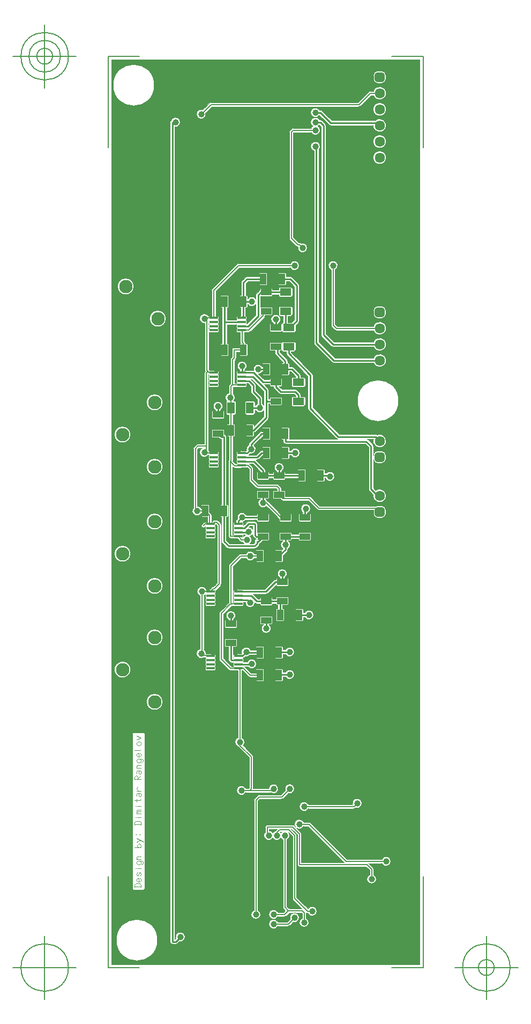
<source format=gbr>
G04 Generated by Ultiboard 14.1 *
%FSLAX34Y34*%
%MOMM*%

%ADD10C,0.0001*%
%ADD11C,0.0010*%
%ADD12C,0.2540*%
%ADD13C,0.1520*%
%ADD14C,0.0933*%
%ADD15C,0.1270*%
%ADD16C,1.0000*%
%ADD17R,1.4000X0.4500*%
%ADD18R,1.0500X1.7500*%
%ADD19R,1.7500X1.0500*%
%ADD20R,1.1500X1.8000*%
%ADD21R,1.8000X1.1500*%
%ADD22R,0.5291X0.5291*%
%ADD23C,0.9949*%
%ADD24C,1.6088*%
%ADD25C,2.1168*%


G04 ColorRGB 0000FF for the following layer *
%LNCopper Bottom*%
%LPD*%
G54D10*
G36*
X129557Y-307323D02*
X129557Y-307323D01*
X617203Y-307323D01*
X617203Y1120123D01*
X129557Y1120123D01*
X129557Y-307323D01*
D02*
G37*
%LPC*%
G36*
X153387Y647563D02*
G75*
D01*
G02X153387Y647563I-987J12837*
G01*
D02*
G37*
G36*
X222227Y1020329D02*
G75*
D01*
G02X223349Y1023047I3833J7*
G01*
X223349Y1023047D01*
X224093Y1023791D01*
G74*
D01*
G02X224102Y1023800I2711J2711*
G01*
G75*
D01*
G02X229893Y1013639I7038J-2720*
G01*
X229893Y1013639D01*
X229893Y-267605D01*
X231454Y-266045D01*
G75*
D01*
G02X236875Y-271466I7306J1885*
G01*
X236875Y-271466D01*
X233856Y-274485D01*
G74*
D01*
G02X232272Y-275442I2716J2705*
G01*
G75*
D01*
G02X231134Y-275613I-1132J3662*
G01*
X231134Y-275613D01*
X226809Y-275613D01*
G75*
D01*
G02X224093Y-274491I-5J3833*
G01*
X224093Y-274491D01*
X223349Y-273747D01*
G75*
D01*
G02X222227Y-271029I2711J2711*
G01*
X222227Y-271029D01*
X222227Y1020329D01*
D02*
G37*
G36*
X287020Y1052341D02*
X287020Y1052341D01*
X519324Y1052341D01*
X536132Y1069148D01*
G74*
D01*
G02X537308Y1069907I2348J2348*
G01*
G75*
D01*
G02X538480Y1070121I1172J-3107*
G01*
X538480Y1070121D01*
X543933Y1070121D01*
G75*
D01*
G02X543933Y1063479I9787J-3321*
G01*
X543933Y1063479D01*
X539856Y1063479D01*
X523053Y1046677D01*
G74*
D01*
G02X521004Y1045713I2353J2343*
G01*
G75*
D01*
G02X520697Y1045699I-304J3307*
G01*
X520697Y1045699D01*
X288396Y1045699D01*
X278919Y1036222D01*
G75*
D01*
G02X274222Y1040919I-7139J-2442*
G01*
X274222Y1040919D01*
X284672Y1051368D01*
G74*
D01*
G02X285946Y1052162I2348J2348*
G01*
G75*
D01*
G02X287020Y1052341I1074J-3142*
G01*
D02*
G37*
G36*
X410699Y838210D02*
X410699Y838210D01*
X410699Y1005832D01*
G75*
D01*
G02X411672Y1008188I3321J8*
G01*
X411672Y1008188D01*
X414212Y1010728D01*
G75*
D01*
G02X416566Y1011701I2348J-2348*
G01*
X416566Y1011701D01*
X445345Y1011701D01*
G74*
D01*
G02X448045Y1014730I6775J3321*
G01*
G75*
D01*
G02X458619Y1024913I4075J6350*
G01*
X458619Y1024913D01*
X459740Y1024913D01*
G74*
D01*
G02X462456Y1023785I0J3833*
G01*
X462456Y1023785D01*
X467525Y1018716D01*
G74*
D01*
G02X468653Y1016000I2705J2716*
G01*
X468653Y1016000D01*
X468653Y687388D01*
X481648Y674393D01*
X544122Y674393D01*
G75*
D01*
G02X544122Y666727I9598J-3833*
G01*
X544122Y666727D01*
X480064Y666727D01*
G75*
D01*
G02X477349Y667849I-4J3833*
G01*
X477349Y667849D01*
X462109Y683089D01*
G75*
D01*
G02X460987Y685806I2711J2711*
G01*
X460987Y685806D01*
X460987Y1014412D01*
X458440Y1016959D01*
G74*
D01*
G02X456195Y1014730I6320J4121*
G01*
G75*
D01*
G02X445345Y1005059I-4075J-6350*
G01*
X445345Y1005059D01*
X417936Y1005059D01*
X417341Y1004464D01*
X417341Y839576D01*
X425556Y831361D01*
X426720Y831361D01*
G74*
D01*
G02X429073Y830383I0J3321*
G01*
X429073Y830383D01*
X429358Y830099D01*
G75*
D01*
G02X424463Y824719I2442J-7139*
G01*
X424463Y824719D01*
X424180Y824719D01*
G75*
D01*
G02X423353Y824824I0J3321*
G01*
G74*
D01*
G02X421832Y825692I827J3216*
G01*
X421832Y825692D01*
X411672Y835852D01*
G75*
D01*
G02X410699Y838210I2348J2348*
G01*
D02*
G37*
G36*
X277114Y629639D02*
X277114Y629639D01*
X277114Y703659D01*
G75*
D01*
G02X282978Y715616I-254J7541*
G01*
X282978Y715616D01*
X288134Y715616D01*
X288134Y756268D01*
G75*
D01*
G02X289107Y758623I3321J7*
G01*
X289107Y758623D01*
X327852Y797368D01*
G75*
D01*
G02X330206Y798341I2348J-2348*
G01*
X330206Y798341D01*
X412325Y798341D01*
G75*
D01*
G02X412325Y791699I6775J-3321*
G01*
X412325Y791699D01*
X331576Y791699D01*
X294776Y754899D01*
X294776Y715555D01*
X298455Y715555D01*
G74*
D01*
G02X299465Y714545I0J1010*
G01*
X299465Y714545D01*
X299465Y710045D01*
G75*
D01*
G02X298596Y709045I-1010J0*
G01*
G74*
D01*
G02X299465Y708045I141J1000*
G01*
X299465Y708045D01*
X299465Y703545D01*
G75*
D01*
G02X298596Y702545I-1010J0*
G01*
G74*
D01*
G02X299465Y701545I141J1000*
G01*
X299465Y701545D01*
X299465Y697045D01*
G75*
D01*
G02X298596Y696045I-1010J0*
G01*
G74*
D01*
G02X299465Y695045I141J1000*
G01*
X299465Y695045D01*
X299465Y690545D01*
G75*
D01*
G02X298455Y689535I-1010J0*
G01*
X298455Y689535D01*
X284455Y689535D01*
G75*
D01*
G02X283756Y689816I0J1010*
G01*
X283756Y689816D01*
X283756Y631004D01*
X285094Y629666D01*
X291045Y629666D01*
G74*
D01*
G02X292750Y629195I0J3321*
G01*
X292750Y629195D01*
X298455Y629195D01*
G74*
D01*
G02X299465Y628185I0J1010*
G01*
X299465Y628185D01*
X299465Y623685D01*
G75*
D01*
G02X298596Y622685I-1010J0*
G01*
G74*
D01*
G02X299465Y621685I141J1000*
G01*
X299465Y621685D01*
X299465Y617185D01*
G75*
D01*
G02X298596Y616185I-1010J0*
G01*
G74*
D01*
G02X299465Y615185I141J1000*
G01*
X299465Y615185D01*
X299465Y610685D01*
G75*
D01*
G02X298596Y609685I-1010J0*
G01*
G74*
D01*
G02X299465Y608685I141J1000*
G01*
X299465Y608685D01*
X299465Y604185D01*
G75*
D01*
G02X298455Y603175I-1010J0*
G01*
X298455Y603175D01*
X284455Y603175D01*
G75*
D01*
G02X283445Y604185I0J1010*
G01*
X283445Y604185D01*
X283445Y608685D01*
G74*
D01*
G02X284314Y609685I1010J0*
G01*
G75*
D01*
G02X283445Y610685I141J1000*
G01*
X283445Y610685D01*
X283445Y615185D01*
G74*
D01*
G02X284314Y616185I1010J0*
G01*
G75*
D01*
G02X283445Y617185I141J1000*
G01*
X283445Y617185D01*
X283445Y621685D01*
G74*
D01*
G02X284059Y622614I1010J0*
G01*
X284059Y622614D01*
X283722Y622614D01*
G75*
D01*
G02X283346Y622635I-3J3321*
G01*
X283346Y622635D01*
X283346Y504835D01*
G75*
D01*
G02X283303Y504305I-3321J0*
G01*
G74*
D01*
G02X284168Y502256I6443J3925*
G01*
X284168Y502256D01*
X291455Y502256D01*
G74*
D01*
G02X292089Y502195I0J3321*
G01*
X292089Y502195D01*
X298455Y502195D01*
G74*
D01*
G02X299465Y501185I0J1010*
G01*
X299465Y501185D01*
X299465Y496685D01*
G75*
D01*
G02X298596Y495685I-1010J0*
G01*
G74*
D01*
G02X299465Y494685I141J1000*
G01*
X299465Y494685D01*
X299465Y490185D01*
G75*
D01*
G02X298596Y489185I-1010J0*
G01*
G74*
D01*
G02X299465Y488185I141J1000*
G01*
X299465Y488185D01*
X299465Y483685D01*
G75*
D01*
G02X298596Y482685I-1010J0*
G01*
G74*
D01*
G02X299465Y481685I141J1000*
G01*
X299465Y481685D01*
X299465Y477185D01*
G75*
D01*
G02X298455Y476175I-1010J0*
G01*
X298455Y476175D01*
X284455Y476175D01*
G75*
D01*
G02X283445Y477185I0J1010*
G01*
X283445Y477185D01*
X283445Y481685D01*
G74*
D01*
G02X284314Y482685I1010J0*
G01*
G75*
D01*
G02X283445Y483685I141J1000*
G01*
X283445Y483685D01*
X283445Y488185D01*
G74*
D01*
G02X284314Y489185I1010J0*
G01*
G75*
D01*
G02X283445Y490185I141J1000*
G01*
X283445Y490185D01*
X283445Y494685D01*
G74*
D01*
G02X284059Y495614I1010J0*
G01*
X284059Y495614D01*
X282709Y495614D01*
G75*
D01*
G02X272707Y506679I-5849J4766*
G01*
X272707Y506679D01*
X267626Y506679D01*
X265821Y504874D01*
X265821Y415424D01*
G74*
D01*
G02X271875Y411413I626J7519*
G01*
X271875Y411413D01*
X271875Y416655D01*
G75*
D01*
G02X272885Y417665I1010J0*
G01*
X272885Y417665D01*
X283385Y417665D01*
G74*
D01*
G02X284395Y416655I0J1010*
G01*
X284395Y416655D01*
X284395Y406342D01*
X287343Y403393D01*
G74*
D01*
G02X288321Y401040I2343J2353*
G01*
X288321Y401040D01*
X288321Y390518D01*
X290152Y392348D01*
G75*
D01*
G02X292504Y393321I2348J-2348*
G01*
X292504Y393321D01*
X296250Y393321D01*
G74*
D01*
G02X298603Y392343I0J3321*
G01*
X298603Y392343D01*
X302343Y388603D01*
G74*
D01*
G02X303321Y386250I2343J2353*
G01*
X303321Y386250D01*
X303321Y292500D01*
G75*
D01*
G02X302343Y290147I-3321J0*
G01*
X302343Y290147D01*
X294853Y282657D01*
G74*
D01*
G02X294385Y282266I2353J2343*
G01*
X294385Y282266D01*
X294385Y278245D01*
G75*
D01*
G02X293516Y277245I-1010J0*
G01*
G74*
D01*
G02X294385Y276245I141J1000*
G01*
X294385Y276245D01*
X294385Y271745D01*
G75*
D01*
G02X293516Y270745I-1010J0*
G01*
G74*
D01*
G02X294385Y269745I141J1000*
G01*
X294385Y269745D01*
X294385Y265245D01*
G75*
D01*
G02X293516Y264245I-1010J0*
G01*
G74*
D01*
G02X294385Y263245I141J1000*
G01*
X294385Y263245D01*
X294385Y258745D01*
G75*
D01*
G02X293375Y257735I-1010J0*
G01*
X293375Y257735D01*
X279375Y257735D01*
G75*
D01*
G02X278365Y258745I0J1010*
G01*
X278365Y258745D01*
X278365Y263245D01*
G74*
D01*
G02X279234Y264245I1010J0*
G01*
G75*
D01*
G02X278365Y265245I141J1000*
G01*
X278365Y265245D01*
X278365Y269745D01*
G74*
D01*
G02X279234Y270745I1010J0*
G01*
G75*
D01*
G02X278365Y271745I141J1000*
G01*
X278365Y271745D01*
X278365Y275794D01*
G74*
D01*
G02X276136Y274130I5550J5111*
G01*
X276136Y274130D01*
X276136Y189041D01*
G74*
D01*
G02X279324Y183026I4356J6161*
G01*
X279324Y183026D01*
X285565Y183026D01*
G74*
D01*
G02X287807Y182155I0J3321*
G01*
X287807Y182155D01*
X293375Y182155D01*
G74*
D01*
G02X294385Y181145I0J1010*
G01*
X294385Y181145D01*
X294385Y176645D01*
G75*
D01*
G02X293516Y175645I-1010J0*
G01*
G74*
D01*
G02X294385Y174645I141J1000*
G01*
X294385Y174645D01*
X294385Y170145D01*
G75*
D01*
G02X293516Y169145I-1010J0*
G01*
G74*
D01*
G02X294385Y168145I141J1000*
G01*
X294385Y168145D01*
X294385Y163645D01*
G75*
D01*
G02X293516Y162645I-1010J0*
G01*
G74*
D01*
G02X294385Y161645I141J1000*
G01*
X294385Y161645D01*
X294385Y157145D01*
G75*
D01*
G02X293375Y156135I-1010J0*
G01*
X293375Y156135D01*
X279375Y156135D01*
G75*
D01*
G02X278365Y157145I0J1010*
G01*
X278365Y157145D01*
X278365Y161645D01*
G74*
D01*
G02X279234Y162645I1010J0*
G01*
G75*
D01*
G02X278365Y163645I141J1000*
G01*
X278365Y163645D01*
X278365Y168145D01*
G74*
D01*
G02X279234Y169145I1010J0*
G01*
G75*
D01*
G02X278365Y170145I141J1000*
G01*
X278365Y170145D01*
X278365Y174645D01*
G74*
D01*
G02X279234Y175645I1010J0*
G01*
G74*
D01*
G02X278399Y176384I141J1000*
G01*
X278399Y176384D01*
X275618Y176384D01*
G75*
D01*
G02X269494Y190070I-3838J6496*
G01*
X269494Y190070D01*
X269494Y274130D01*
G75*
D01*
G02X279776Y283816I3321J6775*
G01*
X279776Y283816D01*
X284999Y283816D01*
X288532Y287348D01*
G74*
D01*
G02X289927Y288181I2348J2348*
G01*
G75*
D01*
G02X290880Y288321I953J-3181*
G01*
X290880Y288321D01*
X291124Y288321D01*
X296679Y293876D01*
X296679Y384874D01*
X294874Y386679D01*
X294385Y386679D01*
X294385Y384925D01*
G75*
D01*
G02X293516Y383925I-1010J0*
G01*
G74*
D01*
G02X294385Y382925I141J1000*
G01*
X294385Y382925D01*
X294385Y378425D01*
G75*
D01*
G02X293516Y377425I-1010J0*
G01*
G74*
D01*
G02X294385Y376425I141J1000*
G01*
X294385Y376425D01*
X294385Y371925D01*
G75*
D01*
G02X293516Y370925I-1010J0*
G01*
G74*
D01*
G02X294385Y369925I141J1000*
G01*
X294385Y369925D01*
X294385Y365425D01*
G75*
D01*
G02X293375Y364415I-1010J0*
G01*
X293375Y364415D01*
X279375Y364415D01*
G75*
D01*
G02X278365Y365425I0J1010*
G01*
X278365Y365425D01*
X278365Y369925D01*
G74*
D01*
G02X279234Y370925I1010J0*
G01*
G75*
D01*
G02X278365Y371925I141J1000*
G01*
X278365Y371925D01*
X278365Y376425D01*
G74*
D01*
G02X279234Y377425I1010J0*
G01*
G75*
D01*
G02X278365Y378425I141J1000*
G01*
X278365Y378425D01*
X278365Y382925D01*
G74*
D01*
G02X278365Y382949I1010J0*
G01*
X278365Y382949D01*
X277703Y382287D01*
G75*
D01*
G02X273007Y386983I-2348J2348*
G01*
X273007Y386983D01*
X274382Y388359D01*
G75*
D01*
G02X277485Y390496I3103J-1184*
G01*
X277485Y390496D01*
X277889Y390496D01*
G75*
D01*
G02X277901Y390496I6J-3321*
G01*
X277901Y390496D01*
X281679Y390496D01*
X281679Y398145D01*
X272885Y398145D01*
G75*
D01*
G02X271875Y399155I0J1010*
G01*
X271875Y399155D01*
X271875Y404397D01*
G75*
D01*
G02X259179Y412459I-6680J3508*
G01*
X259179Y412459D01*
X259179Y506239D01*
G75*
D01*
G02X260152Y508598I3321J11*
G01*
X260152Y508598D01*
X263902Y512348D01*
G74*
D01*
G02X266152Y513320I2348J2348*
G01*
G75*
D01*
G02X266250Y513321I98J-3320*
G01*
X266250Y513321D01*
X276704Y513321D01*
X276704Y625181D01*
G75*
D01*
G02X277677Y627539I3321J10*
G01*
X277677Y627539D01*
X277776Y627639D01*
G75*
D01*
G02X277114Y629639I2659J1990*
G01*
D02*
G37*
G36*
X139313Y167563D02*
G75*
D01*
G02X139313Y167563I8007J-10083*
G01*
D02*
G37*
G36*
X449807Y672711D02*
X449807Y672711D01*
X449807Y975798D01*
G75*
D01*
G02X457473Y977663I2313J7182*
G01*
X457473Y977663D01*
X457473Y674288D01*
X482768Y648993D01*
X544122Y648993D01*
G75*
D01*
G02X544122Y641327I9598J-3833*
G01*
X544122Y641327D01*
X481180Y641327D01*
G75*
D01*
G02X480986Y641331I0J3833*
G01*
G74*
D01*
G02X478469Y642449I194J3829*
G01*
X478469Y642449D01*
X473356Y647563D01*
X450929Y669989D01*
G75*
D01*
G02X449807Y672711I2711J2711*
G01*
D02*
G37*
G36*
X431542Y406148D02*
G75*
D01*
G02X439208Y404303I5338J5332*
G01*
X439208Y404303D01*
X439208Y403765D01*
X444125Y403765D01*
G74*
D01*
G02X445135Y402755I0J1010*
G01*
X445135Y402755D01*
X445135Y392255D01*
G75*
D01*
G02X444125Y391245I-1010J0*
G01*
X444125Y391245D01*
X426625Y391245D01*
G75*
D01*
G02X425615Y392255I0J1010*
G01*
X425615Y392255D01*
X425615Y402755D01*
G75*
D01*
G02X426625Y403765I1010J0*
G01*
X426625Y403765D01*
X431542Y403765D01*
X431542Y406148D01*
D02*
G37*
G36*
X365502Y427104D02*
X365502Y427104D01*
X365502Y427285D01*
X360585Y427285D01*
G75*
D01*
G02X359575Y428295I0J1010*
G01*
X359575Y428295D01*
X359575Y438795D01*
G75*
D01*
G02X360585Y439805I1010J0*
G01*
X360585Y439805D01*
X378085Y439805D01*
G74*
D01*
G02X379095Y438795I0J1010*
G01*
X379095Y438795D01*
X379095Y428295D01*
G75*
D01*
G02X378085Y427285I-1010J0*
G01*
X378085Y427285D01*
X373168Y427285D01*
X373168Y427104D01*
G74*
D01*
G02X376393Y423273I3833J6499*
G01*
G74*
D01*
G02X376768Y422948I1978J2668*
G01*
X376768Y422948D01*
X392154Y407563D01*
X395967Y403749D01*
G75*
D01*
G02X396145Y403765I178J-994*
G01*
X396145Y403765D01*
X413645Y403765D01*
G74*
D01*
G02X414655Y402755I0J1010*
G01*
X414655Y402755D01*
X414655Y392255D01*
G75*
D01*
G02X413645Y391245I-1010J0*
G01*
X413645Y391245D01*
X396145Y391245D01*
G75*
D01*
G02X395135Y392255I0J1010*
G01*
X395135Y392255D01*
X395135Y395188D01*
X382761Y407563D01*
X374858Y415465D01*
G75*
D01*
G02X365502Y427104I-5523J5140*
G01*
D02*
G37*
G36*
X348045Y482102D02*
G74*
D01*
G02X348418Y481778I1980J2667*
G01*
X348418Y481778D01*
X352863Y477333D01*
G74*
D01*
G02X353841Y474980I2343J2353*
G01*
X353841Y474980D01*
X353841Y458576D01*
X362056Y450361D01*
X391160Y450361D01*
G74*
D01*
G02X393513Y449383I0J3321*
G01*
X393513Y449383D01*
X397078Y445818D01*
G74*
D01*
G02X398056Y443465I2343J2353*
G01*
X398056Y443465D01*
X398056Y439805D01*
X403485Y439805D01*
G74*
D01*
G02X404495Y438795I0J1010*
G01*
X404495Y438795D01*
X404495Y430821D01*
X442500Y430821D01*
G74*
D01*
G02X444853Y429843I0J3321*
G01*
X444853Y429843D01*
X458876Y415821D01*
X547620Y415821D01*
G74*
D01*
G02X548222Y415766I0J3321*
G01*
G75*
D01*
G02X551075Y416346I2853J-6721*
G01*
X551075Y416346D01*
X556365Y416346D01*
G74*
D01*
G02X563666Y409045I0J7301*
G01*
X563666Y409045D01*
X563666Y403755D01*
G75*
D01*
G02X556365Y396454I-7301J0*
G01*
X556365Y396454D01*
X551075Y396454D01*
G75*
D01*
G02X543774Y403755I0J7301*
G01*
X543774Y403755D01*
X543774Y409045D01*
G74*
D01*
G02X543775Y409179I7301J0*
G01*
X543775Y409179D01*
X457506Y409179D01*
G75*
D01*
G02X455152Y410152I-6J3321*
G01*
X455152Y410152D01*
X441124Y424179D01*
X400787Y424179D01*
G75*
D01*
G02X398432Y425152I-7J3321*
G01*
X398432Y425152D01*
X396298Y427285D01*
X385985Y427285D01*
G75*
D01*
G02X384975Y428295I0J1010*
G01*
X384975Y428295D01*
X384975Y438795D01*
G75*
D01*
G02X385985Y439805I1010J0*
G01*
X385985Y439805D01*
X391414Y439805D01*
X391414Y442089D01*
X389784Y443719D01*
X360685Y443719D01*
G75*
D01*
G02X358332Y444692I-5J3321*
G01*
X358332Y444692D01*
X348172Y454852D01*
G75*
D01*
G02X347199Y457207I2348J2348*
G01*
X347199Y457207D01*
X347199Y473604D01*
X344689Y476114D01*
X336643Y476114D01*
G74*
D01*
G02X335045Y475704I1598J2911*
G01*
X335045Y475704D01*
X324599Y475704D01*
G75*
D01*
G02X324125Y475738I0J3321*
G01*
G74*
D01*
G02X322251Y476677I474J3287*
G01*
X322251Y476677D01*
X321446Y477481D01*
X321446Y370996D01*
X322979Y370996D01*
G75*
D01*
G02X322365Y371925I396J929*
G01*
X322365Y371925D01*
X322365Y376425D01*
G74*
D01*
G02X323234Y377425I1010J0*
G01*
G75*
D01*
G02X322365Y378425I141J1000*
G01*
X322365Y378425D01*
X322365Y382925D01*
G74*
D01*
G02X323234Y383925I1010J0*
G01*
G75*
D01*
G02X322365Y384925I141J1000*
G01*
X322365Y384925D01*
X322365Y389425D01*
G75*
D01*
G02X323375Y390435I1010J0*
G01*
X323375Y390435D01*
X326542Y390435D01*
X326542Y391796D01*
G75*
D01*
G02X327664Y394516I3833J9*
G01*
X327664Y394516D01*
X329009Y395860D01*
G75*
D01*
G02X343039Y401168I7306J1885*
G01*
X343039Y401168D01*
X355266Y401168D01*
G75*
D01*
G02X356395Y401338I1129J-3663*
G01*
X356395Y401338D01*
X359575Y401338D01*
X359575Y402755D01*
G75*
D01*
G02X360585Y403765I1010J0*
G01*
X360585Y403765D01*
X378085Y403765D01*
G74*
D01*
G02X379095Y402755I0J1010*
G01*
X379095Y402755D01*
X379095Y392255D01*
G75*
D01*
G02X378085Y391245I-1010J0*
G01*
X378085Y391245D01*
X360585Y391245D01*
G75*
D01*
G02X359575Y392255I0J1010*
G01*
X359575Y392255D01*
X359575Y393672D01*
X357354Y393672D01*
G74*
D01*
G02X356665Y393527I1129J3663*
G01*
G75*
D01*
G02X356222Y393502I-440J3808*
G01*
X356222Y393502D01*
X342554Y393502D01*
G74*
D01*
G02X337790Y390346I6239J4243*
G01*
G74*
D01*
G02X338385Y389425I415J921*
G01*
X338385Y389425D01*
X338385Y384925D01*
G75*
D01*
G02X338385Y384916I-1010J0*
G01*
X338385Y384916D01*
X343778Y390309D01*
G75*
D01*
G02X346492Y391435I2714J-2707*
G01*
X346492Y391435D01*
X355867Y391435D01*
G75*
D01*
G02X358585Y390313I7J-3833*
G01*
X358585Y390313D01*
X359322Y389575D01*
G74*
D01*
G02X360452Y386858I2704J2717*
G01*
X360452Y386858D01*
X360452Y377751D01*
G74*
D01*
G02X360468Y377391I3817J360*
G01*
X360468Y377391D01*
X360468Y373758D01*
G75*
D01*
G02X360585Y373765I117J-1003*
G01*
X360585Y373765D01*
X378085Y373765D01*
G74*
D01*
G02X379095Y372755I0J1010*
G01*
X379095Y372755D01*
X379095Y362255D01*
G75*
D01*
G02X378085Y361245I-1010J0*
G01*
X378085Y361245D01*
X368496Y361245D01*
X364546Y357295D01*
G74*
D01*
G02X363833Y356732I2716J2705*
G01*
X363833Y356732D01*
X363833Y356250D01*
G75*
D01*
G02X362705Y353534I-3833J0*
G01*
X362705Y353534D01*
X358966Y349795D01*
G74*
D01*
G02X357685Y348945I2716J2705*
G01*
G75*
D01*
G02X356243Y348667I-1435J3555*
G01*
X356243Y348667D01*
X315000Y348667D01*
G75*
D01*
G02X314781Y348673I0J3833*
G01*
G74*
D01*
G02X312289Y349789I219J3827*
G01*
X312289Y349789D01*
X304789Y357289D01*
G75*
D01*
G02X303667Y360011I2711J2711*
G01*
X303667Y360011D01*
X303667Y398145D01*
X302885Y398145D01*
G75*
D01*
G02X301875Y399155I0J1010*
G01*
X301875Y399155D01*
X301875Y416655D01*
G75*
D01*
G02X302885Y417665I1010J0*
G01*
X302885Y417665D01*
X303667Y417665D01*
X303667Y521167D01*
X303280Y521167D01*
G75*
D01*
G02X302204Y521321I0J3833*
G01*
G74*
D01*
G02X300569Y522289I1076J3679*
G01*
X300569Y522289D01*
X299054Y523805D01*
X289465Y523805D01*
G75*
D01*
G02X288455Y524815I0J1010*
G01*
X288455Y524815D01*
X288455Y535315D01*
G75*
D01*
G02X289465Y536325I1010J0*
G01*
X289465Y536325D01*
X306965Y536325D01*
G74*
D01*
G02X307975Y535315I0J1010*
G01*
X307975Y535315D01*
X307975Y528804D01*
G74*
D01*
G02X311333Y525000I475J3804*
G01*
X311333Y525000D01*
X311333Y417665D01*
X313385Y417665D01*
G74*
D01*
G02X314395Y416655I0J1010*
G01*
X314395Y416655D01*
X314395Y399155D01*
G75*
D01*
G02X313385Y398145I-1010J0*
G01*
X313385Y398145D01*
X311333Y398145D01*
X311333Y361588D01*
X316588Y356333D01*
X339172Y356333D01*
G74*
D01*
G02X337160Y358864I4763J5852*
G01*
X337160Y358864D01*
X335869Y358864D01*
G75*
D01*
G02X333517Y359837I-4J3321*
G01*
X333517Y359837D01*
X328999Y364354D01*
X318874Y364354D01*
G75*
D01*
G02X316521Y365327I-5J3321*
G01*
X316521Y365327D01*
X315777Y366071D01*
G75*
D01*
G02X314804Y368425I2348J2348*
G01*
X314804Y368425D01*
X314804Y482952D01*
G75*
D01*
G02X314804Y482965I3321J7*
G01*
X314804Y482965D01*
X314804Y485990D01*
G75*
D01*
G02X315454Y487969I3321J5*
G01*
X315454Y487969D01*
X315454Y525145D01*
X313525Y525145D01*
G75*
D01*
G02X312515Y526155I0J1010*
G01*
X312515Y526155D01*
X312515Y543655D01*
G75*
D01*
G02X313525Y544665I1010J0*
G01*
X313525Y544665D01*
X315454Y544665D01*
X315454Y559450D01*
X313025Y559450D01*
G75*
D01*
G02X311010Y561465I0J2015*
G01*
X311010Y561465D01*
X311010Y579465D01*
G74*
D01*
G02X312247Y581324I2015J0*
G01*
G75*
D01*
G02X315454Y594002I5253J5416*
G01*
X315454Y594002D01*
X315454Y604873D01*
G75*
D01*
G02X316427Y607227I3321J6*
G01*
X316427Y607227D01*
X317754Y608555D01*
X317754Y646655D01*
G75*
D01*
G02X318727Y649013I3321J10*
G01*
X318727Y649013D01*
X320294Y650581D01*
X320294Y661905D01*
G75*
D01*
G02X323615Y665226I3321J0*
G01*
X323615Y665226D01*
X332355Y665226D01*
X332355Y670655D01*
G75*
D01*
G02X333365Y671665I1010J0*
G01*
X333365Y671665D01*
X334559Y671665D01*
X333967Y672257D01*
G75*
D01*
G02X332994Y674614I2348J2348*
G01*
X332994Y674614D01*
X332994Y689535D01*
X328455Y689535D01*
G75*
D01*
G02X327445Y690545I0J1010*
G01*
X327445Y690545D01*
X327445Y695045D01*
G74*
D01*
G02X328314Y696045I1010J0*
G01*
G75*
D01*
G02X327445Y697045I141J1000*
G01*
X327445Y697045D01*
X327445Y701545D01*
G74*
D01*
G02X327535Y701962I1010J0*
G01*
X327535Y701962D01*
X312448Y701962D01*
X312448Y671665D01*
X313865Y671665D01*
G74*
D01*
G02X314875Y670655I0J1010*
G01*
X314875Y670655D01*
X314875Y653155D01*
G75*
D01*
G02X313865Y652145I-1010J0*
G01*
X313865Y652145D01*
X303365Y652145D01*
G75*
D01*
G02X302355Y653155I0J1010*
G01*
X302355Y653155D01*
X302355Y670655D01*
G75*
D01*
G02X303365Y671665I1010J0*
G01*
X303365Y671665D01*
X304782Y671665D01*
X304782Y705075D01*
G75*
D01*
G02X304782Y705095I3833J10*
G01*
X304782Y705095D01*
X304782Y728345D01*
X303365Y728345D01*
G75*
D01*
G02X302355Y729355I0J1010*
G01*
X302355Y729355D01*
X302355Y746855D01*
G75*
D01*
G02X303365Y747865I1010J0*
G01*
X303365Y747865D01*
X313865Y747865D01*
G74*
D01*
G02X314875Y746855I0J1010*
G01*
X314875Y746855D01*
X314875Y729355D01*
G75*
D01*
G02X313865Y728345I-1010J0*
G01*
X313865Y728345D01*
X312448Y728345D01*
X312448Y709628D01*
X327535Y709628D01*
G75*
D01*
G02X327445Y710045I920J417*
G01*
X327445Y710045D01*
X327445Y714545D01*
G75*
D01*
G02X328455Y715555I1010J0*
G01*
X328455Y715555D01*
X333294Y715555D01*
X334162Y716423D01*
X334162Y728345D01*
X333365Y728345D01*
G75*
D01*
G02X332355Y729355I0J1010*
G01*
X332355Y729355D01*
X332355Y746855D01*
G75*
D01*
G02X333365Y747865I1010J0*
G01*
X333365Y747865D01*
X334782Y747865D01*
X334782Y768336D01*
G75*
D01*
G02X335904Y771056I3833J9*
G01*
X335904Y771056D01*
X341224Y776376D01*
G74*
D01*
G02X342625Y777268I2711J2711*
G01*
G75*
D01*
G02X343935Y777498I1310J-3603*
G01*
X343935Y777498D01*
X363315Y777498D01*
X363315Y782415D01*
G75*
D01*
G02X364325Y783425I1010J0*
G01*
X364325Y783425D01*
X374825Y783425D01*
G74*
D01*
G02X375835Y782415I0J1010*
G01*
X375835Y782415D01*
X375835Y764915D01*
G75*
D01*
G02X374825Y763905I-1010J0*
G01*
X374825Y763905D01*
X364325Y763905D01*
G75*
D01*
G02X363315Y764915I0J1010*
G01*
X363315Y764915D01*
X363315Y769832D01*
X345523Y769832D01*
X342448Y766757D01*
X342448Y747865D01*
X343865Y747865D01*
G74*
D01*
G02X344875Y746855I0J1010*
G01*
X344875Y746855D01*
X344875Y741938D01*
X345056Y741938D01*
G75*
D01*
G02X357882Y742216I6499J-3833*
G01*
X357882Y742216D01*
X357882Y748255D01*
G75*
D01*
G02X359004Y750976I3833J10*
G01*
X359004Y750976D01*
X363844Y755816D01*
G74*
D01*
G02X364655Y756435I2711J2711*
G01*
X364655Y756435D01*
X364655Y758355D01*
G75*
D01*
G02X365665Y759365I1010J0*
G01*
X365665Y759365D01*
X383165Y759365D01*
G74*
D01*
G02X384175Y758355I0J1010*
G01*
X384175Y758355D01*
X384175Y756938D01*
X393880Y756938D01*
X393880Y758855D01*
G75*
D01*
G02X395895Y760870I2015J0*
G01*
X395895Y760870D01*
X413895Y760870D01*
G74*
D01*
G02X415910Y758855I0J2015*
G01*
X415910Y758855D01*
X415910Y747355D01*
G75*
D01*
G02X413895Y745340I-2015J0*
G01*
X413895Y745340D01*
X395895Y745340D01*
G75*
D01*
G02X393880Y747355I0J2015*
G01*
X393880Y747355D01*
X393880Y749272D01*
X384175Y749272D01*
X384175Y747855D01*
G75*
D01*
G02X383165Y746845I-1010J0*
G01*
X383165Y746845D01*
X365716Y746845D01*
X365548Y746677D01*
X365548Y729358D01*
G75*
D01*
G02X365665Y729365I117J-1003*
G01*
X365665Y729365D01*
X383165Y729365D01*
G74*
D01*
G02X384175Y728355I0J1010*
G01*
X384175Y728355D01*
X384175Y717855D01*
G75*
D01*
G02X383165Y716845I-1010J0*
G01*
X383165Y716845D01*
X372896Y716845D01*
X372896Y715895D01*
G75*
D01*
G02X371918Y713542I-3321J0*
G01*
X371918Y713542D01*
X364443Y706066D01*
X349988Y691611D01*
G74*
D01*
G02X346885Y689474I3103J1184*
G01*
X346885Y689474D01*
X346479Y689474D01*
X346471Y689474D01*
X346471Y689474D01*
X339636Y689474D01*
X339636Y675981D01*
X340958Y674658D01*
G74*
D01*
G02X341936Y672305I2343J2353*
G01*
X341936Y672305D01*
X341936Y671665D01*
X343865Y671665D01*
G74*
D01*
G02X344875Y670655I0J1010*
G01*
X344875Y670655D01*
X344875Y653155D01*
G75*
D01*
G02X343865Y652145I-1010J0*
G01*
X343865Y652145D01*
X333365Y652145D01*
G75*
D01*
G02X332355Y653155I0J1010*
G01*
X332355Y653155D01*
X332355Y658584D01*
X326936Y658584D01*
X326936Y649205D01*
G75*
D01*
G02X325958Y646852I-3321J0*
G01*
X325958Y646852D01*
X324396Y645289D01*
X324396Y609756D01*
X328059Y609756D01*
G75*
D01*
G02X327445Y610685I396J929*
G01*
X327445Y610685D01*
X327445Y615185D01*
G74*
D01*
G02X328314Y616185I1010J0*
G01*
G75*
D01*
G02X327445Y617185I141J1000*
G01*
X327445Y617185D01*
X327445Y621685D01*
G74*
D01*
G02X328314Y622685I1010J0*
G01*
G75*
D01*
G02X327445Y623685I141J1000*
G01*
X327445Y623685D01*
X327445Y628185D01*
G75*
D01*
G02X328455Y629195I1010J0*
G01*
X328455Y629195D01*
X332482Y629195D01*
X332482Y630006D01*
G75*
D01*
G02X340148Y630006I3833J6499*
G01*
X340148Y630006D01*
X340148Y629768D01*
X354354Y629768D01*
G75*
D01*
G02X368214Y635258I7361J1657*
G01*
X368214Y635258D01*
X368395Y635258D01*
X368395Y640175D01*
G75*
D01*
G02X369405Y641185I1010J0*
G01*
X369405Y641185D01*
X379905Y641185D01*
G74*
D01*
G02X380915Y640175I0J1010*
G01*
X380915Y640175D01*
X380915Y622675D01*
G75*
D01*
G02X379905Y621665I-1010J0*
G01*
X379905Y621665D01*
X369405Y621665D01*
G75*
D01*
G02X368395Y622675I0J1010*
G01*
X368395Y622675D01*
X368395Y627592D01*
X368214Y627592D01*
G74*
D01*
G02X361977Y623885I6499J3833*
G01*
X361977Y623885D01*
X364426Y621436D01*
G74*
D01*
G02X364442Y621419I2711J2711*
G01*
X364442Y621419D01*
X364443Y621419D01*
X364443Y621419D01*
X370923Y614939D01*
X379895Y614939D01*
X379895Y616115D01*
G75*
D01*
G02X380905Y617125I1010J0*
G01*
X380905Y617125D01*
X398405Y617125D01*
G74*
D01*
G02X399415Y616115I0J1010*
G01*
X399415Y616115D01*
X399415Y605615D01*
G75*
D01*
G02X398405Y604605I-1010J0*
G01*
X398405Y604605D01*
X393956Y604605D01*
X398863Y599698D01*
X420135Y599698D01*
G74*
D01*
G02X422851Y598570I0J3833*
G01*
X422851Y598570D01*
X427920Y593501D01*
G74*
D01*
G02X429048Y590785I2705J2716*
G01*
X429048Y590785D01*
X429048Y588630D01*
X434215Y588630D01*
G74*
D01*
G02X436230Y586615I0J2015*
G01*
X436230Y586615D01*
X436230Y575115D01*
G75*
D01*
G02X434215Y573100I-2015J0*
G01*
X434215Y573100D01*
X416215Y573100D01*
G75*
D01*
G02X414200Y575115I0J2015*
G01*
X414200Y575115D01*
X414200Y586615D01*
G75*
D01*
G02X416215Y588630I2015J0*
G01*
X416215Y588630D01*
X421382Y588630D01*
X421382Y589197D01*
X418547Y592032D01*
X397281Y592032D01*
G75*
D01*
G02X394564Y593154I-6J3833*
G01*
X394564Y593154D01*
X386944Y600774D01*
G75*
D01*
G02X385822Y603493I2711J2711*
G01*
X385822Y603493D01*
X385822Y604605D01*
X380905Y604605D01*
G75*
D01*
G02X379895Y605615I0J1010*
G01*
X379895Y605615D01*
X379895Y607272D01*
X370969Y607272D01*
X377120Y601121D01*
G74*
D01*
G02X378248Y598405I2705J2716*
G01*
X378248Y598405D01*
X378248Y584753D01*
X378303Y584698D01*
X379895Y584698D01*
X379895Y586115D01*
G75*
D01*
G02X380905Y587125I1010J0*
G01*
X380905Y587125D01*
X398405Y587125D01*
G74*
D01*
G02X399415Y586115I0J1010*
G01*
X399415Y586115D01*
X399415Y575615D01*
G75*
D01*
G02X398405Y574605I-1010J0*
G01*
X398405Y574605D01*
X380905Y574605D01*
G75*
D01*
G02X379895Y575615I0J1010*
G01*
X379895Y575615D01*
X379895Y577032D01*
X378248Y577032D01*
X378248Y555225D01*
G75*
D01*
G02X377120Y552509I-3833J0*
G01*
X377120Y552509D01*
X364280Y539669D01*
X356811Y532200D01*
G74*
D01*
G02X355035Y531189I2716J2705*
G01*
X355035Y531189D01*
X355035Y526155D01*
G75*
D01*
G02X354025Y525145I-1010J0*
G01*
X354025Y525145D01*
X343525Y525145D01*
G75*
D01*
G02X342515Y526155I0J1010*
G01*
X342515Y526155D01*
X342515Y543655D01*
G75*
D01*
G02X343525Y544665I1010J0*
G01*
X343525Y544665D01*
X354025Y544665D01*
G74*
D01*
G02X355035Y543655I0J1010*
G01*
X355035Y543655D01*
X355035Y541266D01*
X370582Y556813D01*
X370582Y566354D01*
G75*
D01*
G02X357756Y566632I-6327J4111*
G01*
X357756Y566632D01*
X356540Y566632D01*
X356540Y561465D01*
G75*
D01*
G02X354525Y559450I-2015J0*
G01*
X354525Y559450D01*
X343025Y559450D01*
G75*
D01*
G02X341010Y561465I0J2015*
G01*
X341010Y561465D01*
X341010Y579465D01*
G75*
D01*
G02X343025Y581480I2015J0*
G01*
X343025Y581480D01*
X354525Y581480D01*
G74*
D01*
G02X356540Y579465I0J2015*
G01*
X356540Y579465D01*
X356540Y574298D01*
X357756Y574298D01*
G74*
D01*
G02X360422Y576964I6499J3833*
G01*
X360422Y576964D01*
X360422Y584117D01*
X351384Y593154D01*
G75*
D01*
G02X350262Y595875I2711J2711*
G01*
X350262Y595875D01*
X350262Y604437D01*
X345597Y609102D01*
X343375Y609102D01*
G74*
D01*
G02X343465Y608685I920J417*
G01*
X343465Y608685D01*
X343465Y604185D01*
G75*
D01*
G02X342455Y603175I-1010J0*
G01*
X342455Y603175D01*
X336089Y603175D01*
G74*
D01*
G02X335455Y603114I634J3260*
G01*
X335455Y603114D01*
X322096Y603114D01*
X322096Y592724D01*
G75*
D01*
G02X322909Y581480I-4596J-5984*
G01*
X322909Y581480D01*
X324525Y581480D01*
G74*
D01*
G02X326540Y579465I0J2015*
G01*
X326540Y579465D01*
X326540Y561465D01*
G75*
D01*
G02X324525Y559450I-2015J0*
G01*
X324525Y559450D01*
X322096Y559450D01*
X322096Y544665D01*
X324025Y544665D01*
G74*
D01*
G02X325035Y543655I0J1010*
G01*
X325035Y543655D01*
X325035Y526155D01*
G75*
D01*
G02X324025Y525145I-1010J0*
G01*
X324025Y525145D01*
X322096Y525145D01*
X322096Y486213D01*
G74*
D01*
G02X322274Y486046I2175J2510*
G01*
X322274Y486046D01*
X325974Y482346D01*
X327692Y482346D01*
G74*
D01*
G02X328314Y482685I763J661*
G01*
G75*
D01*
G02X327445Y483685I141J1000*
G01*
X327445Y483685D01*
X327445Y488185D01*
G74*
D01*
G02X328314Y489185I1010J0*
G01*
G75*
D01*
G02X327445Y490185I141J1000*
G01*
X327445Y490185D01*
X327445Y494685D01*
G74*
D01*
G02X328314Y495685I1010J0*
G01*
G75*
D01*
G02X327445Y496685I141J1000*
G01*
X327445Y496685D01*
X327445Y501185D01*
G75*
D01*
G02X328455Y502195I1010J0*
G01*
X328455Y502195D01*
X333438Y502195D01*
G75*
D01*
G02X335455Y502768I2017J-3260*
G01*
X335455Y502768D01*
X342407Y502768D01*
X343214Y503575D01*
G75*
D01*
G02X346687Y511959I7306J1885*
G01*
X346687Y511959D01*
X346687Y513074D01*
G75*
D01*
G02X347809Y515791I3833J6*
G01*
X347809Y515791D01*
X364324Y532306D01*
G75*
D01*
G02X367038Y533428I2711J-2711*
G01*
X367038Y533428D01*
X368395Y533428D01*
X368395Y538575D01*
G75*
D01*
G02X369405Y539585I1010J0*
G01*
X369405Y539585D01*
X379905Y539585D01*
G74*
D01*
G02X380915Y538575I0J1010*
G01*
X380915Y538575D01*
X380915Y521075D01*
G75*
D01*
G02X379905Y520065I-1010J0*
G01*
X379905Y520065D01*
X369405Y520065D01*
G75*
D01*
G02X368395Y521075I0J1010*
G01*
X368395Y521075D01*
X368395Y525534D01*
X364443Y521581D01*
X354641Y511780D01*
G75*
D01*
G02X348635Y498154I-4121J-6320*
G01*
X348635Y498154D01*
X346750Y496268D01*
X358297Y496268D01*
X364084Y502056D01*
G74*
D01*
G02X365506Y502955I2711J2711*
G01*
G75*
D01*
G02X366795Y503178I1289J-3610*
G01*
X366795Y503178D01*
X368395Y503178D01*
X368395Y508095D01*
G75*
D01*
G02X369405Y509105I1010J0*
G01*
X369405Y509105D01*
X379905Y509105D01*
G74*
D01*
G02X380915Y508095I0J1010*
G01*
X380915Y508095D01*
X380915Y490595D01*
G75*
D01*
G02X379905Y489585I-1010J0*
G01*
X379905Y489585D01*
X369405Y489585D01*
G75*
D01*
G02X368395Y490595I0J1010*
G01*
X368395Y490595D01*
X368395Y495512D01*
X368383Y495512D01*
X364443Y491571D01*
X362601Y489730D01*
G74*
D01*
G02X360385Y488634I2716J2705*
G01*
G75*
D01*
G02X359882Y488602I-500J3801*
G01*
X359882Y488602D01*
X357560Y488602D01*
X364443Y481719D01*
X372040Y474121D01*
G74*
D01*
G02X373168Y471405I2705J2716*
G01*
X373168Y471405D01*
X373168Y469805D01*
X378085Y469805D01*
G74*
D01*
G02X379095Y468795I0J1010*
G01*
X379095Y468795D01*
X379095Y467378D01*
X384975Y467378D01*
X384975Y468795D01*
G75*
D01*
G02X385985Y469805I1010J0*
G01*
X385985Y469805D01*
X390902Y469805D01*
X390902Y469986D01*
G75*
D01*
G02X398568Y469986I3833J6499*
G01*
X398568Y469986D01*
X398568Y469805D01*
X403485Y469805D01*
G74*
D01*
G02X404495Y468795I0J1010*
G01*
X404495Y468795D01*
X404495Y467378D01*
X424275Y467378D01*
X424275Y472535D01*
G75*
D01*
G02X425285Y473545I1010J0*
G01*
X425285Y473545D01*
X435785Y473545D01*
G74*
D01*
G02X436795Y472535I0J1010*
G01*
X436795Y472535D01*
X436795Y455035D01*
G75*
D01*
G02X435785Y454025I-1010J0*
G01*
X435785Y454025D01*
X425285Y454025D01*
G75*
D01*
G02X424275Y455035I0J1010*
G01*
X424275Y455035D01*
X424275Y459712D01*
X404495Y459712D01*
X404495Y458295D01*
G75*
D01*
G02X403485Y457285I-1010J0*
G01*
X403485Y457285D01*
X385985Y457285D01*
G75*
D01*
G02X384975Y458295I0J1010*
G01*
X384975Y458295D01*
X384975Y459712D01*
X379095Y459712D01*
X379095Y458295D01*
G75*
D01*
G02X378085Y457285I-1010J0*
G01*
X378085Y457285D01*
X360585Y457285D01*
G75*
D01*
G02X359575Y458295I0J1010*
G01*
X359575Y458295D01*
X359575Y468795D01*
G75*
D01*
G02X360585Y469805I1010J0*
G01*
X360585Y469805D01*
X365502Y469805D01*
X365502Y469817D01*
X364443Y470876D01*
X353217Y482102D01*
X348045Y482102D01*
D02*
G37*
G36*
X322365Y168145D02*
G74*
D01*
G02X322455Y168562I1010J0*
G01*
X322455Y168562D01*
X319279Y168562D01*
G75*
D01*
G02X318308Y168687I0J3833*
G01*
G74*
D01*
G02X316568Y169684I971J3708*
G01*
X316568Y169684D01*
X315824Y170428D01*
G75*
D01*
G02X314702Y173149I2711J2711*
G01*
X314702Y173149D01*
X314702Y193605D01*
X309785Y193605D01*
G75*
D01*
G02X308775Y194615I0J1010*
G01*
X308775Y194615D01*
X308775Y205115D01*
G75*
D01*
G02X309785Y206125I1010J0*
G01*
X309785Y206125D01*
X327285Y206125D01*
G74*
D01*
G02X328295Y205115I0J1010*
G01*
X328295Y205115D01*
X328295Y194615D01*
G75*
D01*
G02X327285Y193605I-1010J0*
G01*
X327285Y193605D01*
X322368Y193605D01*
X322368Y181227D01*
G75*
D01*
G02X323375Y182155I1007J-82*
G01*
X323375Y182155D01*
X328358Y182155D01*
G75*
D01*
G02X330375Y182728I2017J-3260*
G01*
X330375Y182728D01*
X334787Y182728D01*
X335594Y183535D01*
G75*
D01*
G02X349907Y188218I7306J1885*
G01*
X349907Y188218D01*
X358235Y188218D01*
X358235Y193135D01*
G75*
D01*
G02X359245Y194145I1010J0*
G01*
X359245Y194145D01*
X369745Y194145D01*
G74*
D01*
G02X370755Y193135I0J1010*
G01*
X370755Y193135D01*
X370755Y175635D01*
G75*
D01*
G02X369745Y174625I-1010J0*
G01*
X369745Y174625D01*
X359245Y174625D01*
G75*
D01*
G02X358235Y175635I0J1010*
G01*
X358235Y175635D01*
X358235Y180552D01*
X348664Y180552D01*
G75*
D01*
G02X341015Y178114I-5764J4868*
G01*
X341015Y178114D01*
X339091Y176190D01*
G74*
D01*
G02X338012Y175429I2716J2705*
G01*
G74*
D01*
G02X338385Y174645I637J784*
G01*
X338385Y174645D01*
X338385Y170145D01*
G75*
D01*
G02X338295Y169728I-1010J0*
G01*
X338295Y169728D01*
X344687Y169728D01*
G75*
D01*
G02X345531Y162062I6868J-3123*
G01*
X345531Y162062D01*
X340425Y162062D01*
G74*
D01*
G02X340798Y161738I1980J2667*
G01*
X340798Y161738D01*
X350391Y152146D01*
X358235Y152146D01*
X358235Y157575D01*
G75*
D01*
G02X359245Y158585I1010J0*
G01*
X359245Y158585D01*
X369745Y158585D01*
G74*
D01*
G02X370755Y157575I0J1010*
G01*
X370755Y157575D01*
X370755Y140075D01*
G75*
D01*
G02X369745Y139065I-1010J0*
G01*
X369745Y139065D01*
X359245Y139065D01*
G75*
D01*
G02X358235Y140075I0J1010*
G01*
X358235Y140075D01*
X358235Y145504D01*
X349017Y145504D01*
G75*
D01*
G02X346667Y146477I-2J3321*
G01*
X346667Y146477D01*
X337069Y156074D01*
X336061Y156074D01*
X336061Y49955D01*
G75*
D01*
G02X337880Y37657I-3321J-6775*
G01*
X337880Y37657D01*
X352863Y22673D01*
G74*
D01*
G02X353841Y20320I2343J2353*
G01*
X353841Y20320D01*
X353841Y-29699D01*
X378576Y-29699D01*
G75*
D01*
G02X381329Y-36341I7504J-781*
G01*
X381329Y-36341D01*
X342055Y-36341D01*
G75*
D01*
G02X342055Y-29699I-6775J3321*
G01*
X342055Y-29699D01*
X346604Y-29699D01*
X347199Y-29104D01*
X347199Y18944D01*
X330252Y35892D01*
G74*
D01*
G02X330028Y36139I2348J2348*
G01*
G75*
D01*
G02X329419Y49955I2712J7041*
G01*
X329419Y49955D01*
X329419Y155654D01*
X328999Y156074D01*
X318125Y156074D01*
G75*
D01*
G02X317470Y156139I0J3321*
G01*
G74*
D01*
G02X315777Y157047I655J3256*
G01*
X315777Y157047D01*
X305261Y167563D01*
X300947Y171877D01*
G75*
D01*
G02X299974Y174235I2348J2348*
G01*
X299974Y174235D01*
X299974Y246159D01*
G75*
D01*
G02X300947Y248513I3321J6*
G01*
X300947Y248513D01*
X315058Y262625D01*
G74*
D01*
G02X315214Y262771I2348J2349*
G01*
X315214Y262771D01*
X315214Y321539D01*
G75*
D01*
G02X316187Y323893I3321J6*
G01*
X316187Y323893D01*
X331427Y339133D01*
G75*
D01*
G02X333779Y340106I2348J-2348*
G01*
X333779Y340106D01*
X342240Y340106D01*
G75*
D01*
G02X355790Y340106I6775J-3321*
G01*
X355790Y340106D01*
X358235Y340106D01*
X358235Y345535D01*
G75*
D01*
G02X359245Y346545I1010J0*
G01*
X359245Y346545D01*
X369745Y346545D01*
G74*
D01*
G02X370755Y345535I0J1010*
G01*
X370755Y345535D01*
X370755Y328035D01*
G75*
D01*
G02X369745Y327025I-1010J0*
G01*
X369745Y327025D01*
X359245Y327025D01*
G75*
D01*
G02X358235Y328035I0J1010*
G01*
X358235Y328035D01*
X358235Y333464D01*
X355790Y333464D01*
G75*
D01*
G02X342240Y333464I-6775J3321*
G01*
X342240Y333464D01*
X335151Y333464D01*
X321856Y320169D01*
X321856Y264316D01*
X322979Y264316D01*
G75*
D01*
G02X322365Y265245I396J929*
G01*
X322365Y265245D01*
X322365Y269745D01*
G74*
D01*
G02X323234Y270745I1010J0*
G01*
G75*
D01*
G02X322365Y271745I141J1000*
G01*
X322365Y271745D01*
X322365Y276245D01*
G74*
D01*
G02X323234Y277245I1010J0*
G01*
G75*
D01*
G02X322365Y278245I141J1000*
G01*
X322365Y278245D01*
X322365Y282745D01*
G75*
D01*
G02X323375Y283755I1010J0*
G01*
X323375Y283755D01*
X328358Y283755D01*
G75*
D01*
G02X330375Y284328I2017J-3260*
G01*
X330375Y284328D01*
X372417Y284328D01*
X386704Y298616D01*
G74*
D01*
G02X388382Y299597I2711J2711*
G01*
G75*
D01*
G02X389415Y299738I1033J-3692*
G01*
X389415Y299738D01*
X390055Y299738D01*
X390055Y301155D01*
G75*
D01*
G02X391065Y302165I1010J0*
G01*
X391065Y302165D01*
X395982Y302165D01*
X395982Y302346D01*
G75*
D01*
G02X403648Y302346I3833J6499*
G01*
X403648Y302346D01*
X403648Y302165D01*
X408565Y302165D01*
G74*
D01*
G02X409575Y301155I0J1010*
G01*
X409575Y301155D01*
X409575Y290655D01*
G75*
D01*
G02X408565Y289645I-1010J0*
G01*
X408565Y289645D01*
X391065Y289645D01*
G75*
D01*
G02X390055Y290655I0J1010*
G01*
X390055Y290655D01*
X390055Y291124D01*
X376721Y277790D01*
G74*
D01*
G02X374905Y276769I2716J2705*
G01*
G75*
D01*
G02X374000Y276662I-900J3726*
G01*
X374000Y276662D01*
X353600Y276662D01*
X361003Y269258D01*
X364655Y269258D01*
X364655Y270675D01*
G75*
D01*
G02X365665Y271685I1010J0*
G01*
X365665Y271685D01*
X383165Y271685D01*
G74*
D01*
G02X384175Y270675I0J1010*
G01*
X384175Y270675D01*
X384175Y269258D01*
X390055Y269258D01*
X390055Y271155D01*
G75*
D01*
G02X391065Y272165I1010J0*
G01*
X391065Y272165D01*
X408565Y272165D01*
G74*
D01*
G02X409575Y271155I0J1010*
G01*
X409575Y271155D01*
X409575Y260655D01*
G75*
D01*
G02X408565Y259645I-1010J0*
G01*
X408565Y259645D01*
X400313Y259645D01*
X400313Y253600D01*
X401730Y253600D01*
G74*
D01*
G02X402740Y252590I0J1010*
G01*
X402740Y252590D01*
X402740Y235090D01*
G75*
D01*
G02X401730Y234080I-1010J0*
G01*
X401730Y234080D01*
X391230Y234080D01*
G75*
D01*
G02X390220Y235090I0J1010*
G01*
X390220Y235090D01*
X390220Y252590D01*
G75*
D01*
G02X391230Y253600I1010J0*
G01*
X391230Y253600D01*
X392647Y253600D01*
X392647Y259645D01*
X391065Y259645D01*
G75*
D01*
G02X390055Y260655I0J1010*
G01*
X390055Y260655D01*
X390055Y261592D01*
X384175Y261592D01*
X384175Y260175D01*
G75*
D01*
G02X383165Y259165I-1010J0*
G01*
X383165Y259165D01*
X365665Y259165D01*
G75*
D01*
G02X364655Y260175I0J1010*
G01*
X364655Y260175D01*
X364655Y261592D01*
X359420Y261592D01*
G75*
D01*
G02X356704Y262714I-5J3833*
G01*
X356704Y262714D01*
X356555Y262863D01*
G75*
D01*
G02X341489Y263662I-7540J262*
G01*
X341489Y263662D01*
X338295Y263662D01*
G74*
D01*
G02X338385Y263245I920J417*
G01*
X338385Y263245D01*
X338385Y258745D01*
G75*
D01*
G02X337375Y257735I-1010J0*
G01*
X337375Y257735D01*
X331009Y257735D01*
G74*
D01*
G02X330375Y257674I634J3260*
G01*
X330375Y257674D01*
X320598Y257674D01*
G74*
D01*
G02X318792Y256965I2063J2602*
G01*
X318792Y256965D01*
X306616Y244789D01*
X306616Y175601D01*
X314654Y167563D01*
X314654Y167563D01*
X319501Y162716D01*
X322979Y162716D01*
G75*
D01*
G02X322365Y163645I396J929*
G01*
X322365Y163645D01*
X322365Y168145D01*
D02*
G37*
G36*
X182732Y-188273D02*
G75*
D01*
G02X180993Y-190012I-1739J0*
G01*
X180993Y-190012D01*
X164447Y-190012D01*
G75*
D01*
G02X162708Y-188273I0J1739*
G01*
X162708Y-188273D01*
X162708Y56193D01*
G75*
D01*
G02X164447Y57932I1739J0*
G01*
X164447Y57932D01*
X180993Y57932D01*
G74*
D01*
G02X182732Y56193I0J1739*
G01*
X182732Y56193D01*
X182732Y-188273D01*
D02*
G37*
G36*
X407360Y647081D02*
G74*
D01*
G02X408488Y644365I2705J2716*
G01*
X408488Y644365D01*
X408488Y641185D01*
X409905Y641185D01*
G74*
D01*
G02X410915Y640175I0J1010*
G01*
X410915Y640175D01*
X410915Y635258D01*
X415055Y635258D01*
G74*
D01*
G02X417771Y634130I0J3833*
G01*
X417771Y634130D01*
X427920Y623981D01*
G74*
D01*
G02X429048Y621265I2705J2716*
G01*
X429048Y621265D01*
X429048Y618630D01*
X434215Y618630D01*
G74*
D01*
G02X436230Y616615I0J2015*
G01*
X436230Y616615D01*
X436230Y605115D01*
G75*
D01*
G02X434215Y603100I-2015J0*
G01*
X434215Y603100D01*
X416215Y603100D01*
G75*
D01*
G02X414200Y605115I0J2015*
G01*
X414200Y605115D01*
X414200Y616615D01*
G75*
D01*
G02X416215Y618630I2015J0*
G01*
X416215Y618630D01*
X421382Y618630D01*
X421382Y619677D01*
X413467Y627592D01*
X410915Y627592D01*
X410915Y622675D01*
G75*
D01*
G02X409905Y621665I-1010J0*
G01*
X409905Y621665D01*
X399405Y621665D01*
G75*
D01*
G02X398395Y622675I0J1010*
G01*
X398395Y622675D01*
X398395Y640175D01*
G75*
D01*
G02X399405Y641185I1010J0*
G01*
X399405Y641185D01*
X400822Y641185D01*
X400822Y642777D01*
X396036Y647563D01*
X389484Y654114D01*
G75*
D01*
G02X388362Y656836I2711J2711*
G01*
X388362Y656836D01*
X388362Y660965D01*
X380905Y660965D01*
G75*
D01*
G02X379895Y661975I0J1010*
G01*
X379895Y661975D01*
X379895Y672475D01*
G75*
D01*
G02X380905Y673485I1010J0*
G01*
X380905Y673485D01*
X398405Y673485D01*
G74*
D01*
G02X398987Y673300I0J1010*
G01*
G75*
D01*
G02X400975Y674990I1988J-325*
G01*
X400975Y674990D01*
X418975Y674990D01*
G74*
D01*
G02X420990Y672975I0J2015*
G01*
X420990Y672975D01*
X420990Y661475D01*
G75*
D01*
G02X418975Y659460I-2015J0*
G01*
X418975Y659460D01*
X413808Y659460D01*
X413808Y657993D01*
X424239Y647563D01*
X446785Y625016D01*
G74*
D01*
G02X447913Y622300I2705J2716*
G01*
X447913Y622300D01*
X447913Y570968D01*
X490048Y528833D01*
X547500Y528833D01*
G74*
D01*
G02X550082Y527834I0J3833*
G01*
G75*
D01*
G02X543832Y521167I3638J-9674*
G01*
X543832Y521167D01*
X533619Y521167D01*
G74*
D01*
G02X533901Y521068I1119J3667*
G01*
G74*
D01*
G02X535216Y520205I1401J3568*
G01*
X535216Y520205D01*
X542705Y512716D01*
G74*
D01*
G02X543833Y510000I2705J2716*
G01*
X543833Y510000D01*
X543833Y496336D01*
G75*
D01*
G02X551075Y502706I7242J-931*
G01*
X551075Y502706D01*
X556365Y502706D01*
G74*
D01*
G02X563666Y495405I0J7301*
G01*
X563666Y495405D01*
X563666Y490115D01*
G75*
D01*
G02X556365Y482814I-7301J0*
G01*
X556365Y482814D01*
X551075Y482814D01*
G75*
D01*
G02X543833Y489184I0J7301*
G01*
X543833Y489184D01*
X543833Y444088D01*
X547712Y440209D01*
G75*
D01*
G02X543533Y433545I6008J-8409*
G01*
X543533Y433545D01*
X537289Y439789D01*
G75*
D01*
G02X536167Y442511I2711J2711*
G01*
X536167Y442511D01*
X536167Y508412D01*
X530912Y513667D01*
X405000Y513667D01*
G75*
D01*
G02X401167Y517500I0J3833*
G01*
X401167Y517500D01*
X401167Y520065D01*
X399405Y520065D01*
G75*
D01*
G02X398395Y521075I0J1010*
G01*
X398395Y521075D01*
X398395Y538575D01*
G75*
D01*
G02X399405Y539585I1010J0*
G01*
X399405Y539585D01*
X409905Y539585D01*
G74*
D01*
G02X410915Y538575I0J1010*
G01*
X410915Y538575D01*
X410915Y521333D01*
X487341Y521333D01*
G74*
D01*
G02X487075Y521426I1119J3667*
G01*
G74*
D01*
G02X485749Y522289I1385J3574*
G01*
X485749Y522289D01*
X441369Y566669D01*
G75*
D01*
G02X440247Y569389I2711J2711*
G01*
X440247Y569389D01*
X440247Y620712D01*
X413396Y647563D01*
X407264Y653694D01*
G75*
D01*
G02X406142Y656415I2711J2711*
G01*
X406142Y656415D01*
X406142Y659460D01*
X400975Y659460D01*
G75*
D01*
G02X398987Y661150I0J2015*
G01*
G74*
D01*
G02X398405Y660965I582J825*
G01*
X398405Y660965D01*
X396028Y660965D01*
X396028Y658413D01*
X406879Y647563D01*
X407360Y647081D01*
D02*
G37*
G36*
X361461Y-221825D02*
G75*
D01*
G02X354819Y-221825I-3321J-6775*
G01*
X354819Y-221825D01*
X354819Y-48267D01*
G75*
D01*
G02X355792Y-45912I3321J7*
G01*
X355792Y-45912D01*
X360872Y-40832D01*
G75*
D01*
G02X363226Y-39859I2348J-2348*
G01*
X363226Y-39859D01*
X397404Y-39859D01*
X404341Y-32922D01*
G75*
D01*
G02X409038Y-37619I7139J2442*
G01*
X409038Y-37619D01*
X401133Y-45523D01*
G74*
D01*
G02X399479Y-46427I2353J2343*
G01*
G75*
D01*
G02X398776Y-46501I-699J3247*
G01*
X398776Y-46501D01*
X364596Y-46501D01*
X364443Y-46654D01*
X364443Y-46654D01*
X361461Y-49636D01*
X361461Y-221825D01*
D02*
G37*
G36*
X542107Y167563D02*
G75*
D01*
G02X542107Y167563I11613J-30403*
G01*
D02*
G37*
G36*
X322368Y236306D02*
X322368Y236306D01*
X322368Y236125D01*
X327285Y236125D01*
G74*
D01*
G02X328295Y235115I0J1010*
G01*
X328295Y235115D01*
X328295Y224615D01*
G75*
D01*
G02X327285Y223605I-1010J0*
G01*
X327285Y223605D01*
X309785Y223605D01*
G75*
D01*
G02X308775Y224615I0J1010*
G01*
X308775Y224615D01*
X308775Y235115D01*
G75*
D01*
G02X309785Y236125I1010J0*
G01*
X309785Y236125D01*
X314702Y236125D01*
X314702Y236306D01*
G75*
D01*
G02X322368Y236306I3833J6499*
G01*
D02*
G37*
G36*
X302048Y566506D02*
X302048Y566506D01*
X302048Y566325D01*
X306965Y566325D01*
G74*
D01*
G02X307975Y565315I0J1010*
G01*
X307975Y565315D01*
X307975Y554815D01*
G75*
D01*
G02X306965Y553805I-1010J0*
G01*
X306965Y553805D01*
X289465Y553805D01*
G75*
D01*
G02X288455Y554815I0J1010*
G01*
X288455Y554815D01*
X288455Y565315D01*
G75*
D01*
G02X289465Y566325I1010J0*
G01*
X289465Y566325D01*
X294382Y566325D01*
X294382Y566506D01*
G75*
D01*
G02X302048Y566506I3833J6499*
G01*
D02*
G37*
G36*
X185245Y106680D02*
G75*
D01*
G02X185245Y106680I12875J0*
G01*
D02*
G37*
G36*
X185245Y391160D02*
G75*
D01*
G02X185245Y391160I12875J0*
G01*
D02*
G37*
G36*
X134445Y340360D02*
G75*
D01*
G02X134445Y340360I12875J0*
G01*
D02*
G37*
G36*
X185245Y289560D02*
G75*
D01*
G02X185245Y289560I12875J0*
G01*
D02*
G37*
G36*
X185245Y208280D02*
G75*
D01*
G02X185245Y208280I12875J0*
G01*
D02*
G37*
G36*
X139525Y762000D02*
G75*
D01*
G02X139525Y762000I12875J0*
G01*
D02*
G37*
G36*
X190325Y711200D02*
G75*
D01*
G02X190325Y711200I12875J0*
G01*
D02*
G37*
G36*
X185245Y579120D02*
G75*
D01*
G02X185245Y579120I12875J0*
G01*
D02*
G37*
G36*
X134445Y528320D02*
G75*
D01*
G02X134445Y528320I12875J0*
G01*
D02*
G37*
G36*
X185245Y477520D02*
G75*
D01*
G02X185245Y477520I12875J0*
G01*
D02*
G37*
G36*
X413895Y715340D02*
X413895Y715340D01*
X408728Y715340D01*
X408728Y704990D01*
X414618Y704990D01*
X418842Y709213D01*
X418842Y761917D01*
X410927Y769832D01*
X405835Y769832D01*
X405835Y764915D01*
G75*
D01*
G02X404825Y763905I-1010J0*
G01*
X404825Y763905D01*
X394325Y763905D01*
G75*
D01*
G02X393315Y764915I0J1010*
G01*
X393315Y764915D01*
X393315Y782415D01*
G75*
D01*
G02X394325Y783425I1010J0*
G01*
X394325Y783425D01*
X404825Y783425D01*
G74*
D01*
G02X405835Y782415I0J1010*
G01*
X405835Y782415D01*
X405835Y777498D01*
X412510Y777498D01*
G75*
D01*
G02X413498Y777370I5J-3833*
G01*
G74*
D01*
G02X415231Y776370I983J3705*
G01*
X415231Y776370D01*
X425380Y766221D01*
G74*
D01*
G02X426508Y763505I2705J2716*
G01*
X426508Y763505D01*
X426508Y707625D01*
G75*
D01*
G02X425380Y704909I-3833J0*
G01*
X425380Y704909D01*
X420990Y700518D01*
X420990Y691475D01*
G75*
D01*
G02X418975Y689460I-2015J0*
G01*
X418975Y689460D01*
X400975Y689460D01*
G75*
D01*
G02X398987Y691150I0J2015*
G01*
G74*
D01*
G02X398405Y690965I582J825*
G01*
X398405Y690965D01*
X380905Y690965D01*
G75*
D01*
G02X379895Y691975I0J1010*
G01*
X379895Y691975D01*
X379895Y702475D01*
G75*
D01*
G02X380905Y703485I1010J0*
G01*
X380905Y703485D01*
X385822Y703485D01*
X385822Y703666D01*
G75*
D01*
G02X394328Y716089I3833J6499*
G01*
G75*
D01*
G02X393880Y717355I1567J1266*
G01*
X393880Y717355D01*
X393880Y728855D01*
G75*
D01*
G02X395895Y730870I2015J0*
G01*
X395895Y730870D01*
X413895Y730870D01*
G74*
D01*
G02X415910Y728855I0J2015*
G01*
X415910Y728855D01*
X415910Y717355D01*
G75*
D01*
G02X413895Y715340I-2015J0*
G01*
D02*
G37*
G36*
X483381Y788245D02*
X483381Y788245D01*
X483381Y702416D01*
X486516Y699281D01*
X543933Y699281D01*
G75*
D01*
G02X543933Y692639I9787J-3321*
G01*
X543933Y692639D01*
X485146Y692639D01*
G75*
D01*
G02X482792Y693612I-6J3321*
G01*
X482792Y693612D01*
X477712Y698692D01*
G75*
D01*
G02X476739Y701047I2348J2348*
G01*
X476739Y701047D01*
X476739Y788245D01*
G75*
D01*
G02X483381Y788245I3321J6775*
G01*
D02*
G37*
G36*
X556365Y731306D02*
G74*
D01*
G02X563666Y724005I0J7301*
G01*
X563666Y724005D01*
X563666Y718715D01*
G75*
D01*
G02X556365Y711414I-7301J0*
G01*
X556365Y711414D01*
X551075Y711414D01*
G75*
D01*
G02X543774Y718715I0J7301*
G01*
X543774Y718715D01*
X543774Y724005D01*
G75*
D01*
G02X551075Y731306I7301J0*
G01*
X551075Y731306D01*
X556365Y731306D01*
D02*
G37*
G36*
X132555Y1079500D02*
G75*
D01*
G02X132555Y1079500I32545J0*
G01*
D02*
G37*
G36*
X137635Y-269240D02*
G75*
D01*
G02X137635Y-269240I32545J0*
G01*
D02*
G37*
G36*
X458619Y1040153D02*
X458619Y1040153D01*
X459734Y1040153D01*
G75*
D01*
G02X460979Y1039948I6J-3833*
G01*
G74*
D01*
G02X462456Y1039025I1239J3628*
G01*
X462456Y1039025D01*
X477648Y1023833D01*
X546978Y1023833D01*
G75*
D01*
G02X543386Y1016167I6742J-7833*
G01*
X543386Y1016167D01*
X476060Y1016167D01*
G75*
D01*
G02X475459Y1016214I0J3833*
G01*
G74*
D01*
G02X473349Y1017289I601J3786*
G01*
X473349Y1017289D01*
X458440Y1032199D01*
G75*
D01*
G02X458619Y1040153I-6320J4121*
G01*
D02*
G37*
G36*
X543385Y965200D02*
G75*
D01*
G02X543385Y965200I10335J0*
G01*
D02*
G37*
G36*
X543385Y990600D02*
G75*
D01*
G02X543385Y990600I10335J0*
G01*
D02*
G37*
G36*
X543385Y1041400D02*
G75*
D01*
G02X543385Y1041400I10335J0*
G01*
D02*
G37*
G36*
X556365Y1102146D02*
G74*
D01*
G02X563666Y1094845I0J7301*
G01*
X563666Y1094845D01*
X563666Y1089555D01*
G75*
D01*
G02X556365Y1082254I-7301J0*
G01*
X556365Y1082254D01*
X551075Y1082254D01*
G75*
D01*
G02X543774Y1089555I0J7301*
G01*
X543774Y1089555D01*
X543774Y1094845D01*
G75*
D01*
G02X551075Y1102146I7301J0*
G01*
X551075Y1102146D01*
X556365Y1102146D01*
D02*
G37*
G36*
X392855Y-225279D02*
X392855Y-225279D01*
X402176Y-225279D01*
X404679Y-222776D01*
X401512Y-219609D01*
G75*
D01*
G02X400539Y-217255I2348J2348*
G01*
X400539Y-217255D01*
X400539Y-110915D01*
G74*
D01*
G02X397510Y-108215I3321J6775*
G01*
G75*
D01*
G02X384810Y-108215I-6350J4075*
G01*
G75*
D01*
G02X372599Y-99389I-6350J4075*
G01*
X372599Y-99389D01*
X372599Y-91236D01*
G75*
D01*
G02X373572Y-88877I3321J11*
G01*
X373572Y-88877D01*
X374017Y-88432D01*
G75*
D01*
G02X376366Y-87459I2348J-2348*
G01*
X376366Y-87459D01*
X415895Y-87459D01*
G75*
D01*
G02X416695Y-87556I5J-3321*
G01*
G74*
D01*
G02X418253Y-88437I795J3224*
G01*
X418253Y-88437D01*
X420628Y-90812D01*
G75*
D01*
G02X433495Y-83039I6092J4452*
G01*
X433495Y-83039D01*
X441960Y-83039D01*
G74*
D01*
G02X444313Y-84017I0J3321*
G01*
X444313Y-84017D01*
X501756Y-141459D01*
X557105Y-141459D01*
G75*
D01*
G02X557105Y-148101I6775J-3321*
G01*
X557105Y-148101D01*
X536338Y-148101D01*
X543363Y-155127D01*
G74*
D01*
G02X544341Y-157480I2343J2353*
G01*
X544341Y-157480D01*
X544341Y-165945D01*
G75*
D01*
G02X537699Y-165945I-3321J-6775*
G01*
X537699Y-165945D01*
X537699Y-158856D01*
X532024Y-153181D01*
X426720Y-153181D01*
G75*
D01*
G02X423399Y-149860I0J3321*
G01*
X423399Y-149860D01*
X423399Y-102976D01*
X414524Y-94101D01*
X413758Y-94101D01*
X421443Y-101787D01*
G74*
D01*
G02X422421Y-104140I2343J2353*
G01*
X422421Y-104140D01*
X422421Y-201824D01*
X440447Y-219851D01*
G75*
D01*
G02X440265Y-226841I6593J-3669*
G01*
X440265Y-226841D01*
X439420Y-226841D01*
G75*
D01*
G02X438162Y-226594I0J3321*
G01*
G74*
D01*
G02X437661Y-226337I1258J3074*
G01*
X437661Y-226337D01*
X437661Y-234525D01*
G75*
D01*
G02X431019Y-234525I-3321J-6775*
G01*
X431019Y-234525D01*
X431019Y-227436D01*
X429680Y-226097D01*
X410751Y-226097D01*
X405905Y-230943D01*
G74*
D01*
G02X403576Y-231921I2354J2343*
G01*
G75*
D01*
G02X403551Y-231921I-25J3321*
G01*
X403551Y-231921D01*
X392855Y-231921D01*
G75*
D01*
G02X392855Y-225279I-6775J3321*
G01*
D02*
G37*
G36*
X392855Y-247161D02*
G75*
D01*
G02X392855Y-240519I-6775J3321*
G01*
X392855Y-240519D01*
X407564Y-240519D01*
X411961Y-236122D01*
G75*
D01*
G02X416658Y-240819I7139J2442*
G01*
X416658Y-240819D01*
X411293Y-246183D01*
G74*
D01*
G02X409791Y-247050I2353J2343*
G01*
G75*
D01*
G02X408935Y-247161I-851J3210*
G01*
X408935Y-247161D01*
X392855Y-247161D01*
D02*
G37*
G36*
X404981Y153693D02*
G75*
D01*
G02X404981Y146027I6499J-3833*
G01*
X404981Y146027D01*
X400755Y146027D01*
X400755Y140075D01*
G75*
D01*
G02X399745Y139065I-1010J0*
G01*
X399745Y139065D01*
X389245Y139065D01*
G75*
D01*
G02X388235Y140075I0J1010*
G01*
X388235Y140075D01*
X388235Y157575D01*
G75*
D01*
G02X389245Y158585I1010J0*
G01*
X389245Y158585D01*
X399745Y158585D01*
G74*
D01*
G02X400755Y157575I0J1010*
G01*
X400755Y157575D01*
X400755Y153693D01*
X404981Y153693D01*
D02*
G37*
G36*
X515718Y-60479D02*
X515718Y-60479D01*
X515433Y-60763D01*
G74*
D01*
G02X513080Y-61741I2353J2343*
G01*
X513080Y-61741D01*
X441115Y-61741D01*
G75*
D01*
G02X441115Y-55099I-6775J3321*
G01*
X441115Y-55099D01*
X510823Y-55099D01*
G75*
D01*
G02X515718Y-60479I7337J1759*
G01*
D02*
G37*
G36*
X404981Y181587D02*
X404981Y181587D01*
X400755Y181587D01*
X400755Y175635D01*
G75*
D01*
G02X399745Y174625I-1010J0*
G01*
X399745Y174625D01*
X389245Y174625D01*
G75*
D01*
G02X388235Y175635I0J1010*
G01*
X388235Y175635D01*
X388235Y193135D01*
G75*
D01*
G02X389245Y194145I1010J0*
G01*
X389245Y194145D01*
X399745Y194145D01*
G74*
D01*
G02X400755Y193135I0J1010*
G01*
X400755Y193135D01*
X400755Y189253D01*
X404981Y189253D01*
G75*
D01*
G02X404981Y181587I6499J-3833*
G01*
D02*
G37*
G36*
X378248Y228984D02*
G75*
D01*
G02X370582Y228984I-3833J-6499*
G01*
X370582Y228984D01*
X370582Y229165D01*
X365665Y229165D01*
G75*
D01*
G02X364655Y230175I0J1010*
G01*
X364655Y230175D01*
X364655Y240675D01*
G75*
D01*
G02X365665Y241685I1010J0*
G01*
X365665Y241685D01*
X383165Y241685D01*
G74*
D01*
G02X384175Y240675I0J1010*
G01*
X384175Y240675D01*
X384175Y230175D01*
G75*
D01*
G02X383165Y229165I-1010J0*
G01*
X383165Y229165D01*
X378248Y229165D01*
X378248Y228984D01*
D02*
G37*
G36*
X435461Y247673D02*
G75*
D01*
G02X435461Y240007I6499J-3833*
G01*
X435461Y240007D01*
X432740Y240007D01*
X432740Y235090D01*
G75*
D01*
G02X431730Y234080I-1010J0*
G01*
X431730Y234080D01*
X421230Y234080D01*
G75*
D01*
G02X420220Y235090I0J1010*
G01*
X420220Y235090D01*
X420220Y252590D01*
G75*
D01*
G02X421230Y253600I1010J0*
G01*
X421230Y253600D01*
X431730Y253600D01*
G74*
D01*
G02X432740Y252590I0J1010*
G01*
X432740Y252590D01*
X432740Y247673D01*
X435461Y247673D01*
D02*
G37*
G36*
X414655Y372755D02*
X414655Y372755D01*
X414655Y371338D01*
X425615Y371338D01*
X425615Y372755D01*
G75*
D01*
G02X426625Y373765I1010J0*
G01*
X426625Y373765D01*
X444125Y373765D01*
G74*
D01*
G02X445135Y372755I0J1010*
G01*
X445135Y372755D01*
X445135Y362255D01*
G75*
D01*
G02X444125Y361245I-1010J0*
G01*
X444125Y361245D01*
X426625Y361245D01*
G75*
D01*
G02X425615Y362255I0J1010*
G01*
X425615Y362255D01*
X425615Y363672D01*
X414655Y363672D01*
X414655Y362255D01*
G75*
D01*
G02X413645Y361245I-1010J0*
G01*
X413645Y361245D01*
X408728Y361245D01*
X408728Y361064D01*
G75*
D01*
G02X408728Y348066I-3833J-6499*
G01*
X408728Y348066D01*
X408728Y347185D01*
G75*
D01*
G02X407600Y344469I-3833J0*
G01*
X407600Y344469D01*
X400755Y337624D01*
X400755Y328035D01*
G75*
D01*
G02X399745Y327025I-1010J0*
G01*
X399745Y327025D01*
X389245Y327025D01*
G75*
D01*
G02X388235Y328035I0J1010*
G01*
X388235Y328035D01*
X388235Y345535D01*
G75*
D01*
G02X389245Y346545I1010J0*
G01*
X389245Y346545D01*
X398834Y346545D01*
X400630Y348341D01*
G75*
D01*
G02X401062Y361064I4265J6224*
G01*
X401062Y361064D01*
X401062Y361245D01*
X396145Y361245D01*
G75*
D01*
G02X395135Y362255I0J1010*
G01*
X395135Y362255D01*
X395135Y372755D01*
G75*
D01*
G02X396145Y373765I1010J0*
G01*
X396145Y373765D01*
X413645Y373765D01*
G74*
D01*
G02X414655Y372755I0J1010*
G01*
D02*
G37*
G36*
X518635Y581660D02*
G75*
D01*
G02X518635Y581660I32545J0*
G01*
D02*
G37*
G36*
X413636Y495512D02*
X413636Y495512D01*
X410915Y495512D01*
X410915Y490595D01*
G75*
D01*
G02X409905Y489585I-1010J0*
G01*
X409905Y489585D01*
X399405Y489585D01*
G75*
D01*
G02X398395Y490595I0J1010*
G01*
X398395Y490595D01*
X398395Y508095D01*
G75*
D01*
G02X399405Y509105I1010J0*
G01*
X399405Y509105D01*
X409905Y509105D01*
G74*
D01*
G02X410915Y508095I0J1010*
G01*
X410915Y508095D01*
X410915Y503178D01*
X413636Y503178D01*
G75*
D01*
G02X413636Y495512I6499J-3833*
G01*
D02*
G37*
G36*
X467803Y459952D02*
X467803Y459952D01*
X466795Y459952D01*
X466795Y455035D01*
G75*
D01*
G02X465785Y454025I-1010J0*
G01*
X465785Y454025D01*
X455285Y454025D01*
G75*
D01*
G02X454275Y455035I0J1010*
G01*
X454275Y455035D01*
X454275Y472535D01*
G75*
D01*
G02X455285Y473545I1010J0*
G01*
X455285Y473545D01*
X465785Y473545D01*
G74*
D01*
G02X466795Y472535I0J1010*
G01*
X466795Y472535D01*
X466795Y467618D01*
X469648Y467618D01*
G75*
D01*
G02X467803Y459952I5332J-5338*
G01*
D02*
G37*
%LPD*%
G36*
X429063Y-99247D02*
X429063Y-99247D01*
X422268Y-92452D01*
G75*
D01*
G03X433495Y-89681I4452J6092*
G01*
X433495Y-89681D01*
X440584Y-89681D01*
X497442Y-146539D01*
X430041Y-146539D01*
X430041Y-101600D01*
G74*
D01*
G03X429063Y-99247I3321J0*
G01*
D02*
G37*
G36*
X416752Y-205548D02*
X416752Y-205548D01*
X430659Y-219455D01*
X410751Y-219455D01*
X407181Y-215885D01*
X407181Y-110915D01*
G75*
D01*
G03X409952Y-99688I-3321J6775*
G01*
X409952Y-99688D01*
X415779Y-105516D01*
X415779Y-203192D01*
G75*
D01*
G03X416752Y-205548I3321J-8*
G01*
D02*
G37*
G36*
X366960Y588421D02*
X366960Y588421D01*
X364443Y590939D01*
X357928Y597453D01*
X357928Y606025D01*
G74*
D01*
G03X356800Y608741I3833J0*
G01*
X356800Y608741D01*
X349940Y615602D01*
X351797Y615602D01*
X364443Y602956D01*
X370582Y596817D01*
X370582Y583175D01*
G75*
D01*
G03X370582Y583155I3833J-10*
G01*
X370582Y583155D01*
X370582Y574576D01*
G74*
D01*
G03X368088Y576964I6327J4111*
G01*
X368088Y576964D01*
X368088Y585705D01*
G74*
D01*
G03X366960Y588421I3833J0*
G01*
D02*
G37*
G36*
X345056Y734272D02*
X345056Y734272D01*
X344875Y734272D01*
X344875Y729355D01*
G75*
D01*
G02X343865Y728345I-1010J0*
G01*
X343865Y728345D01*
X341828Y728345D01*
X341828Y715555D01*
X342455Y715555D01*
G74*
D01*
G02X343465Y714545I0J1010*
G01*
X343465Y714545D01*
X343465Y710045D01*
G75*
D01*
G02X342596Y709045I-1010J0*
G01*
G74*
D01*
G02X343465Y708045I141J1000*
G01*
X343465Y708045D01*
X343465Y703545D01*
G75*
D01*
G02X343375Y703128I-1010J0*
G01*
X343375Y703128D01*
X344177Y703128D01*
X357882Y716833D01*
X357882Y733994D01*
G75*
D01*
G02X345056Y734272I-6327J4111*
G01*
D02*
G37*
G36*
X352802Y370774D02*
X352802Y370774D01*
X352802Y369818D01*
G75*
D01*
G03X353924Y367094I3833J-13*
G01*
X353924Y367094D01*
X356068Y364950D01*
G74*
D01*
G03X356148Y364873I2711J2711*
G01*
G74*
D01*
G03X358898Y363672I2787J2632*
G01*
G74*
D01*
G03X356167Y360000I1102J3672*
G01*
X356167Y360000D01*
X356167Y357838D01*
X354662Y356333D01*
X348698Y356333D01*
G75*
D01*
G03X349002Y367776I-4763J5852*
G01*
G74*
D01*
G03X352802Y370774I2527J7109*
G01*
D02*
G37*
G36*
X400975Y704990D02*
X400975Y704990D01*
X401062Y704990D01*
X401062Y715340D01*
X395895Y715340D01*
G75*
D01*
G02X394862Y715625I0J2015*
G01*
G75*
D01*
G02X393488Y703666I-5207J-5460*
G01*
X393488Y703666D01*
X393488Y703485D01*
X398405Y703485D01*
G74*
D01*
G02X398987Y703300I0J1010*
G01*
G75*
D01*
G02X400975Y704990I1988J-325*
G01*
D02*
G37*
G36*
X388492Y-97082D02*
G74*
D01*
G03X384810Y-100065I2668J7058*
G01*
G74*
D01*
G03X379241Y-96636I6350J4075*
G01*
X379241Y-96636D01*
X379241Y-94101D01*
X391422Y-94101D01*
X388812Y-96712D01*
G74*
D01*
G03X388492Y-97082I2348J2348*
G01*
D02*
G37*
G36*
X346737Y382425D02*
X346737Y382425D01*
X348080Y383768D01*
X352785Y383768D01*
X352785Y379022D01*
G74*
D01*
G03X346737Y382425I6310J4137*
G01*
D02*
G37*
G36*
X338295Y370342D02*
X338295Y370342D01*
X340451Y370342D01*
G74*
D01*
G03X341408Y369294I6024J4543*
G01*
G74*
D01*
G03X338385Y367296I2527J7109*
G01*
X338385Y367296D01*
X338385Y369925D01*
G74*
D01*
G03X338295Y370342I1010J0*
G01*
D02*
G37*
G36*
X396300Y-98617D02*
X396300Y-98617D01*
X396756Y-98161D01*
X399258Y-98161D01*
G74*
D01*
G03X397510Y-100065I4602J5979*
G01*
G74*
D01*
G03X396300Y-98617I6350J4075*
G01*
D02*
G37*
G36*
X283756Y702816D02*
G74*
D01*
G03X284314Y702545I699J729*
G01*
G74*
D01*
G03X283756Y702274I141J1000*
G01*
X283756Y702274D01*
X283756Y702816D01*
D02*
G37*
G36*
X283756Y695774D02*
X283756Y695774D01*
X283756Y696316D01*
G74*
D01*
G03X284314Y696045I699J729*
G01*
G74*
D01*
G03X283756Y695774I141J1000*
G01*
D02*
G37*
G36*
X365665Y716845D02*
X365665Y716845D01*
X365829Y716845D01*
X365548Y716565D01*
X365548Y716852D01*
G75*
D01*
G03X365665Y716845I117J1003*
G01*
D02*
G37*
G36*
X322368Y176563D02*
G74*
D01*
G03X322455Y176228I1007J82*
G01*
X322455Y176228D01*
X322368Y176228D01*
X322368Y176563D01*
D02*
G37*
G36*
X334430Y390439D02*
X334430Y390439D01*
X334426Y390435D01*
X334447Y390435D01*
G74*
D01*
G02X334430Y390439I1868J7310*
G01*
D02*
G37*
G54D11*
X153387Y647563D02*
G75*
D01*
G02X153387Y647563I-987J12837*
G01*
X222227Y1020329D02*
G75*
D01*
G02X223349Y1023047I3833J7*
G01*
X224093Y1023791D01*
G74*
D01*
G02X224102Y1023800I2711J2711*
G01*
G75*
D01*
G02X229893Y1013639I7038J-2720*
G01*
X229893Y-267605D01*
X231454Y-266045D01*
G75*
D01*
G02X236875Y-271466I7306J1885*
G01*
X233856Y-274485D01*
G74*
D01*
G02X232272Y-275442I2716J2705*
G01*
G75*
D01*
G02X231134Y-275613I-1132J3662*
G01*
X226809Y-275613D01*
G75*
D01*
G02X224093Y-274491I-5J3833*
G01*
X223349Y-273747D01*
G75*
D01*
G02X222227Y-271029I2711J2711*
G01*
X222227Y1020329D01*
X287020Y1052341D02*
X519324Y1052341D01*
X536132Y1069148D01*
G74*
D01*
G02X537308Y1069907I2348J2348*
G01*
G75*
D01*
G02X538480Y1070121I1172J-3107*
G01*
X543933Y1070121D01*
G75*
D01*
G02X543933Y1063479I9787J-3321*
G01*
X539856Y1063479D01*
X523053Y1046677D01*
G74*
D01*
G02X521004Y1045713I2353J2343*
G01*
G75*
D01*
G02X520697Y1045699I-304J3307*
G01*
X288396Y1045699D01*
X278919Y1036222D01*
G75*
D01*
G02X274222Y1040919I-7139J-2442*
G01*
X284672Y1051368D01*
G74*
D01*
G02X285946Y1052162I2348J2348*
G01*
G75*
D01*
G02X287020Y1052341I1074J-3142*
G01*
X410699Y838210D02*
X410699Y1005832D01*
G75*
D01*
G02X411672Y1008188I3321J8*
G01*
X414212Y1010728D01*
G75*
D01*
G02X416566Y1011701I2348J-2348*
G01*
X445345Y1011701D01*
G74*
D01*
G02X448045Y1014730I6775J3321*
G01*
G75*
D01*
G02X458619Y1024913I4075J6350*
G01*
X459740Y1024913D01*
G74*
D01*
G02X462456Y1023785I0J3833*
G01*
X467525Y1018716D01*
G74*
D01*
G02X468653Y1016000I2705J2716*
G01*
X468653Y687388D01*
X481648Y674393D01*
X544122Y674393D01*
G75*
D01*
G02X544122Y666727I9598J-3833*
G01*
X480064Y666727D01*
G75*
D01*
G02X477349Y667849I-4J3833*
G01*
X462109Y683089D01*
G75*
D01*
G02X460987Y685806I2711J2711*
G01*
X460987Y1014412D01*
X458440Y1016959D01*
G74*
D01*
G02X456195Y1014730I6320J4121*
G01*
G75*
D01*
G02X445345Y1005059I-4075J-6350*
G01*
X417936Y1005059D01*
X417341Y1004464D01*
X417341Y839576D01*
X425556Y831361D01*
X426720Y831361D01*
G74*
D01*
G02X429073Y830383I0J3321*
G01*
X429358Y830099D01*
G75*
D01*
G02X424463Y824719I2442J-7139*
G01*
X424180Y824719D01*
G75*
D01*
G02X423353Y824824I0J3321*
G01*
G74*
D01*
G02X421832Y825692I827J3216*
G01*
X411672Y835852D01*
G75*
D01*
G02X410699Y838210I2348J2348*
G01*
X277114Y629639D02*
X277114Y703659D01*
G75*
D01*
G02X282978Y715616I-254J7541*
G01*
X288134Y715616D01*
X288134Y756268D01*
G75*
D01*
G02X289107Y758623I3321J7*
G01*
X327852Y797368D01*
G75*
D01*
G02X330206Y798341I2348J-2348*
G01*
X412325Y798341D01*
G75*
D01*
G02X412325Y791699I6775J-3321*
G01*
X331576Y791699D01*
X294776Y754899D01*
X294776Y715555D01*
X298455Y715555D01*
G74*
D01*
G02X299465Y714545I0J1010*
G01*
X299465Y710045D01*
G75*
D01*
G02X298596Y709045I-1010J0*
G01*
G74*
D01*
G02X299465Y708045I141J1000*
G01*
X299465Y703545D01*
G75*
D01*
G02X298596Y702545I-1010J0*
G01*
G74*
D01*
G02X299465Y701545I141J1000*
G01*
X299465Y697045D01*
G75*
D01*
G02X298596Y696045I-1010J0*
G01*
G74*
D01*
G02X299465Y695045I141J1000*
G01*
X299465Y690545D01*
G75*
D01*
G02X298455Y689535I-1010J0*
G01*
X284455Y689535D01*
G75*
D01*
G02X283756Y689816I0J1010*
G01*
X283756Y631004D01*
X285094Y629666D01*
X291045Y629666D01*
G74*
D01*
G02X292750Y629195I0J3321*
G01*
X298455Y629195D01*
G74*
D01*
G02X299465Y628185I0J1010*
G01*
X299465Y623685D01*
G75*
D01*
G02X298596Y622685I-1010J0*
G01*
G74*
D01*
G02X299465Y621685I141J1000*
G01*
X299465Y617185D01*
G75*
D01*
G02X298596Y616185I-1010J0*
G01*
G74*
D01*
G02X299465Y615185I141J1000*
G01*
X299465Y610685D01*
G75*
D01*
G02X298596Y609685I-1010J0*
G01*
G74*
D01*
G02X299465Y608685I141J1000*
G01*
X299465Y604185D01*
G75*
D01*
G02X298455Y603175I-1010J0*
G01*
X284455Y603175D01*
G75*
D01*
G02X283445Y604185I0J1010*
G01*
X283445Y608685D01*
G74*
D01*
G02X284314Y609685I1010J0*
G01*
G75*
D01*
G02X283445Y610685I141J1000*
G01*
X283445Y615185D01*
G74*
D01*
G02X284314Y616185I1010J0*
G01*
G75*
D01*
G02X283445Y617185I141J1000*
G01*
X283445Y621685D01*
G74*
D01*
G02X284059Y622614I1010J0*
G01*
X283722Y622614D01*
G75*
D01*
G02X283346Y622635I-3J3321*
G01*
X283346Y504835D01*
G75*
D01*
G02X283303Y504305I-3321J0*
G01*
G74*
D01*
G02X284168Y502256I6443J3925*
G01*
X291455Y502256D01*
G74*
D01*
G02X292089Y502195I0J3321*
G01*
X298455Y502195D01*
G74*
D01*
G02X299465Y501185I0J1010*
G01*
X299465Y496685D01*
G75*
D01*
G02X298596Y495685I-1010J0*
G01*
G74*
D01*
G02X299465Y494685I141J1000*
G01*
X299465Y490185D01*
G75*
D01*
G02X298596Y489185I-1010J0*
G01*
G74*
D01*
G02X299465Y488185I141J1000*
G01*
X299465Y483685D01*
G75*
D01*
G02X298596Y482685I-1010J0*
G01*
G74*
D01*
G02X299465Y481685I141J1000*
G01*
X299465Y477185D01*
G75*
D01*
G02X298455Y476175I-1010J0*
G01*
X284455Y476175D01*
G75*
D01*
G02X283445Y477185I0J1010*
G01*
X283445Y481685D01*
G74*
D01*
G02X284314Y482685I1010J0*
G01*
G75*
D01*
G02X283445Y483685I141J1000*
G01*
X283445Y488185D01*
G74*
D01*
G02X284314Y489185I1010J0*
G01*
G75*
D01*
G02X283445Y490185I141J1000*
G01*
X283445Y494685D01*
G74*
D01*
G02X284059Y495614I1010J0*
G01*
X282709Y495614D01*
G75*
D01*
G02X272707Y506679I-5849J4766*
G01*
X267626Y506679D01*
X265821Y504874D01*
X265821Y415424D01*
G74*
D01*
G02X271875Y411413I626J7519*
G01*
X271875Y416655D01*
G75*
D01*
G02X272885Y417665I1010J0*
G01*
X283385Y417665D01*
G74*
D01*
G02X284395Y416655I0J1010*
G01*
X284395Y406342D01*
X287343Y403393D01*
G74*
D01*
G02X288321Y401040I2343J2353*
G01*
X288321Y390518D01*
X290152Y392348D01*
G75*
D01*
G02X292504Y393321I2348J-2348*
G01*
X296250Y393321D01*
G74*
D01*
G02X298603Y392343I0J3321*
G01*
X302343Y388603D01*
G74*
D01*
G02X303321Y386250I2343J2353*
G01*
X303321Y292500D01*
G75*
D01*
G02X302343Y290147I-3321J0*
G01*
X294853Y282657D01*
G74*
D01*
G02X294385Y282266I2353J2343*
G01*
X294385Y278245D01*
G75*
D01*
G02X293516Y277245I-1010J0*
G01*
G74*
D01*
G02X294385Y276245I141J1000*
G01*
X294385Y271745D01*
G75*
D01*
G02X293516Y270745I-1010J0*
G01*
G74*
D01*
G02X294385Y269745I141J1000*
G01*
X294385Y265245D01*
G75*
D01*
G02X293516Y264245I-1010J0*
G01*
G74*
D01*
G02X294385Y263245I141J1000*
G01*
X294385Y258745D01*
G75*
D01*
G02X293375Y257735I-1010J0*
G01*
X279375Y257735D01*
G75*
D01*
G02X278365Y258745I0J1010*
G01*
X278365Y263245D01*
G74*
D01*
G02X279234Y264245I1010J0*
G01*
G75*
D01*
G02X278365Y265245I141J1000*
G01*
X278365Y269745D01*
G74*
D01*
G02X279234Y270745I1010J0*
G01*
G75*
D01*
G02X278365Y271745I141J1000*
G01*
X278365Y275794D01*
G74*
D01*
G02X276136Y274130I5550J5111*
G01*
X276136Y189041D01*
G74*
D01*
G02X279324Y183026I4356J6161*
G01*
X285565Y183026D01*
G74*
D01*
G02X287807Y182155I0J3321*
G01*
X293375Y182155D01*
G74*
D01*
G02X294385Y181145I0J1010*
G01*
X294385Y176645D01*
G75*
D01*
G02X293516Y175645I-1010J0*
G01*
G74*
D01*
G02X294385Y174645I141J1000*
G01*
X294385Y170145D01*
G75*
D01*
G02X293516Y169145I-1010J0*
G01*
G74*
D01*
G02X294385Y168145I141J1000*
G01*
X294385Y163645D01*
G75*
D01*
G02X293516Y162645I-1010J0*
G01*
G74*
D01*
G02X294385Y161645I141J1000*
G01*
X294385Y157145D01*
G75*
D01*
G02X293375Y156135I-1010J0*
G01*
X279375Y156135D01*
G75*
D01*
G02X278365Y157145I0J1010*
G01*
X278365Y161645D01*
G74*
D01*
G02X279234Y162645I1010J0*
G01*
G75*
D01*
G02X278365Y163645I141J1000*
G01*
X278365Y168145D01*
G74*
D01*
G02X279234Y169145I1010J0*
G01*
G75*
D01*
G02X278365Y170145I141J1000*
G01*
X278365Y174645D01*
G74*
D01*
G02X279234Y175645I1010J0*
G01*
G74*
D01*
G02X278399Y176384I141J1000*
G01*
X275618Y176384D01*
G75*
D01*
G02X269494Y190070I-3838J6496*
G01*
X269494Y274130D01*
G75*
D01*
G02X279776Y283816I3321J6775*
G01*
X284999Y283816D01*
X288532Y287348D01*
G74*
D01*
G02X289927Y288181I2348J2348*
G01*
G75*
D01*
G02X290880Y288321I953J-3181*
G01*
X291124Y288321D01*
X296679Y293876D01*
X296679Y384874D01*
X294874Y386679D01*
X294385Y386679D01*
X294385Y384925D01*
G75*
D01*
G02X293516Y383925I-1010J0*
G01*
G74*
D01*
G02X294385Y382925I141J1000*
G01*
X294385Y378425D01*
G75*
D01*
G02X293516Y377425I-1010J0*
G01*
G74*
D01*
G02X294385Y376425I141J1000*
G01*
X294385Y371925D01*
G75*
D01*
G02X293516Y370925I-1010J0*
G01*
G74*
D01*
G02X294385Y369925I141J1000*
G01*
X294385Y365425D01*
G75*
D01*
G02X293375Y364415I-1010J0*
G01*
X279375Y364415D01*
G75*
D01*
G02X278365Y365425I0J1010*
G01*
X278365Y369925D01*
G74*
D01*
G02X279234Y370925I1010J0*
G01*
G75*
D01*
G02X278365Y371925I141J1000*
G01*
X278365Y376425D01*
G74*
D01*
G02X279234Y377425I1010J0*
G01*
G75*
D01*
G02X278365Y378425I141J1000*
G01*
X278365Y382925D01*
G74*
D01*
G02X278365Y382949I1010J0*
G01*
X277703Y382287D01*
G75*
D01*
G02X273007Y386983I-2348J2348*
G01*
X274382Y388359D01*
G75*
D01*
G02X277485Y390496I3103J-1184*
G01*
X277889Y390496D01*
G75*
D01*
G02X277901Y390496I6J-3321*
G01*
X281679Y390496D01*
X281679Y398145D01*
X272885Y398145D01*
G75*
D01*
G02X271875Y399155I0J1010*
G01*
X271875Y404397D01*
G75*
D01*
G02X259179Y412459I-6680J3508*
G01*
X259179Y506239D01*
G75*
D01*
G02X260152Y508598I3321J11*
G01*
X263902Y512348D01*
G74*
D01*
G02X266152Y513320I2348J2348*
G01*
G75*
D01*
G02X266250Y513321I98J-3320*
G01*
X276704Y513321D01*
X276704Y625181D01*
G75*
D01*
G02X277677Y627539I3321J10*
G01*
X277776Y627639D01*
G75*
D01*
G02X277114Y629639I2659J1990*
G01*
X139313Y167563D02*
G75*
D01*
G02X139313Y167563I8007J-10083*
G01*
X449807Y672711D02*
X449807Y975798D01*
G75*
D01*
G02X457473Y977663I2313J7182*
G01*
X457473Y674288D01*
X482768Y648993D01*
X544122Y648993D01*
G75*
D01*
G02X544122Y641327I9598J-3833*
G01*
X481180Y641327D01*
G75*
D01*
G02X480986Y641331I0J3833*
G01*
G74*
D01*
G02X478469Y642449I194J3829*
G01*
X473356Y647563D01*
X450929Y669989D01*
G75*
D01*
G02X449807Y672711I2711J2711*
G01*
X431542Y406148D02*
G75*
D01*
G02X439208Y404303I5338J5332*
G01*
X439208Y403765D01*
X444125Y403765D01*
G74*
D01*
G02X445135Y402755I0J1010*
G01*
X445135Y392255D01*
G75*
D01*
G02X444125Y391245I-1010J0*
G01*
X426625Y391245D01*
G75*
D01*
G02X425615Y392255I0J1010*
G01*
X425615Y402755D01*
G75*
D01*
G02X426625Y403765I1010J0*
G01*
X431542Y403765D01*
X431542Y406148D01*
X365502Y427104D02*
X365502Y427285D01*
X360585Y427285D01*
G75*
D01*
G02X359575Y428295I0J1010*
G01*
X359575Y438795D01*
G75*
D01*
G02X360585Y439805I1010J0*
G01*
X378085Y439805D01*
G74*
D01*
G02X379095Y438795I0J1010*
G01*
X379095Y428295D01*
G75*
D01*
G02X378085Y427285I-1010J0*
G01*
X373168Y427285D01*
X373168Y427104D01*
G74*
D01*
G02X376393Y423273I3833J6499*
G01*
G74*
D01*
G02X376768Y422948I1978J2668*
G01*
X392154Y407563D01*
X395967Y403749D01*
G75*
D01*
G02X396145Y403765I178J-994*
G01*
X413645Y403765D01*
G74*
D01*
G02X414655Y402755I0J1010*
G01*
X414655Y392255D01*
G75*
D01*
G02X413645Y391245I-1010J0*
G01*
X396145Y391245D01*
G75*
D01*
G02X395135Y392255I0J1010*
G01*
X395135Y395188D01*
X382761Y407563D01*
X374858Y415465D01*
G75*
D01*
G02X365502Y427104I-5523J5140*
G01*
X348045Y482102D02*
G74*
D01*
G02X348418Y481778I1980J2667*
G01*
X352863Y477333D01*
G74*
D01*
G02X353841Y474980I2343J2353*
G01*
X353841Y458576D01*
X362056Y450361D01*
X391160Y450361D01*
G74*
D01*
G02X393513Y449383I0J3321*
G01*
X397078Y445818D01*
G74*
D01*
G02X398056Y443465I2343J2353*
G01*
X398056Y439805D01*
X403485Y439805D01*
G74*
D01*
G02X404495Y438795I0J1010*
G01*
X404495Y430821D01*
X442500Y430821D01*
G74*
D01*
G02X444853Y429843I0J3321*
G01*
X458876Y415821D01*
X547620Y415821D01*
G74*
D01*
G02X548222Y415766I0J3321*
G01*
G75*
D01*
G02X551075Y416346I2853J-6721*
G01*
X556365Y416346D01*
G74*
D01*
G02X563666Y409045I0J7301*
G01*
X563666Y403755D01*
G75*
D01*
G02X556365Y396454I-7301J0*
G01*
X551075Y396454D01*
G75*
D01*
G02X543774Y403755I0J7301*
G01*
X543774Y409045D01*
G74*
D01*
G02X543775Y409179I7301J0*
G01*
X457506Y409179D01*
G75*
D01*
G02X455152Y410152I-6J3321*
G01*
X441124Y424179D01*
X400787Y424179D01*
G75*
D01*
G02X398432Y425152I-7J3321*
G01*
X396298Y427285D01*
X385985Y427285D01*
G75*
D01*
G02X384975Y428295I0J1010*
G01*
X384975Y438795D01*
G75*
D01*
G02X385985Y439805I1010J0*
G01*
X391414Y439805D01*
X391414Y442089D01*
X389784Y443719D01*
X360685Y443719D01*
G75*
D01*
G02X358332Y444692I-5J3321*
G01*
X348172Y454852D01*
G75*
D01*
G02X347199Y457207I2348J2348*
G01*
X347199Y473604D01*
X344689Y476114D01*
X336643Y476114D01*
G74*
D01*
G02X335045Y475704I1598J2911*
G01*
X324599Y475704D01*
G75*
D01*
G02X324125Y475738I0J3321*
G01*
G74*
D01*
G02X322251Y476677I474J3287*
G01*
X321446Y477481D01*
X321446Y370996D01*
X322979Y370996D01*
G75*
D01*
G02X322365Y371925I396J929*
G01*
X322365Y376425D01*
G74*
D01*
G02X323234Y377425I1010J0*
G01*
G75*
D01*
G02X322365Y378425I141J1000*
G01*
X322365Y382925D01*
G74*
D01*
G02X323234Y383925I1010J0*
G01*
G75*
D01*
G02X322365Y384925I141J1000*
G01*
X322365Y389425D01*
G75*
D01*
G02X323375Y390435I1010J0*
G01*
X326542Y390435D01*
X326542Y391796D01*
G75*
D01*
G02X327664Y394516I3833J9*
G01*
X329009Y395860D01*
G75*
D01*
G02X343039Y401168I7306J1885*
G01*
X355266Y401168D01*
G75*
D01*
G02X356395Y401338I1129J-3663*
G01*
X359575Y401338D01*
X359575Y402755D01*
G75*
D01*
G02X360585Y403765I1010J0*
G01*
X378085Y403765D01*
G74*
D01*
G02X379095Y402755I0J1010*
G01*
X379095Y392255D01*
G75*
D01*
G02X378085Y391245I-1010J0*
G01*
X360585Y391245D01*
G75*
D01*
G02X359575Y392255I0J1010*
G01*
X359575Y393672D01*
X357354Y393672D01*
G74*
D01*
G02X356665Y393527I1129J3663*
G01*
G75*
D01*
G02X356222Y393502I-440J3808*
G01*
X342554Y393502D01*
G74*
D01*
G02X337790Y390346I6239J4243*
G01*
G74*
D01*
G02X338385Y389425I415J921*
G01*
X338385Y384925D01*
G75*
D01*
G02X338385Y384916I-1010J0*
G01*
X343778Y390309D01*
G75*
D01*
G02X346492Y391435I2714J-2707*
G01*
X355867Y391435D01*
G75*
D01*
G02X358585Y390313I7J-3833*
G01*
X359322Y389575D01*
G74*
D01*
G02X360452Y386858I2704J2717*
G01*
X360452Y377751D01*
G74*
D01*
G02X360468Y377391I3817J360*
G01*
X360468Y373758D01*
G75*
D01*
G02X360585Y373765I117J-1003*
G01*
X378085Y373765D01*
G74*
D01*
G02X379095Y372755I0J1010*
G01*
X379095Y362255D01*
G75*
D01*
G02X378085Y361245I-1010J0*
G01*
X368496Y361245D01*
X364546Y357295D01*
G74*
D01*
G02X363833Y356732I2716J2705*
G01*
X363833Y356250D01*
G75*
D01*
G02X362705Y353534I-3833J0*
G01*
X358966Y349795D01*
G74*
D01*
G02X357685Y348945I2716J2705*
G01*
G75*
D01*
G02X356243Y348667I-1435J3555*
G01*
X315000Y348667D01*
G75*
D01*
G02X314781Y348673I0J3833*
G01*
G74*
D01*
G02X312289Y349789I219J3827*
G01*
X304789Y357289D01*
G75*
D01*
G02X303667Y360011I2711J2711*
G01*
X303667Y398145D01*
X302885Y398145D01*
G75*
D01*
G02X301875Y399155I0J1010*
G01*
X301875Y416655D01*
G75*
D01*
G02X302885Y417665I1010J0*
G01*
X303667Y417665D01*
X303667Y521167D01*
X303280Y521167D01*
G75*
D01*
G02X302204Y521321I0J3833*
G01*
G74*
D01*
G02X300569Y522289I1076J3679*
G01*
X299054Y523805D01*
X289465Y523805D01*
G75*
D01*
G02X288455Y524815I0J1010*
G01*
X288455Y535315D01*
G75*
D01*
G02X289465Y536325I1010J0*
G01*
X306965Y536325D01*
G74*
D01*
G02X307975Y535315I0J1010*
G01*
X307975Y528804D01*
G74*
D01*
G02X311333Y525000I475J3804*
G01*
X311333Y417665D01*
X313385Y417665D01*
G74*
D01*
G02X314395Y416655I0J1010*
G01*
X314395Y399155D01*
G75*
D01*
G02X313385Y398145I-1010J0*
G01*
X311333Y398145D01*
X311333Y361588D01*
X316588Y356333D01*
X339172Y356333D01*
G74*
D01*
G02X337160Y358864I4763J5852*
G01*
X335869Y358864D01*
G75*
D01*
G02X333517Y359837I-4J3321*
G01*
X328999Y364354D01*
X318874Y364354D01*
G75*
D01*
G02X316521Y365327I-5J3321*
G01*
X315777Y366071D01*
G75*
D01*
G02X314804Y368425I2348J2348*
G01*
X314804Y482952D01*
G75*
D01*
G02X314804Y482965I3321J7*
G01*
X314804Y485990D01*
G75*
D01*
G02X315454Y487969I3321J5*
G01*
X315454Y525145D01*
X313525Y525145D01*
G75*
D01*
G02X312515Y526155I0J1010*
G01*
X312515Y543655D01*
G75*
D01*
G02X313525Y544665I1010J0*
G01*
X315454Y544665D01*
X315454Y559450D01*
X313025Y559450D01*
G75*
D01*
G02X311010Y561465I0J2015*
G01*
X311010Y579465D01*
G74*
D01*
G02X312247Y581324I2015J0*
G01*
G75*
D01*
G02X315454Y594002I5253J5416*
G01*
X315454Y604873D01*
G75*
D01*
G02X316427Y607227I3321J6*
G01*
X317754Y608555D01*
X317754Y646655D01*
G75*
D01*
G02X318727Y649013I3321J10*
G01*
X320294Y650581D01*
X320294Y661905D01*
G75*
D01*
G02X323615Y665226I3321J0*
G01*
X332355Y665226D01*
X332355Y670655D01*
G75*
D01*
G02X333365Y671665I1010J0*
G01*
X334559Y671665D01*
X333967Y672257D01*
G75*
D01*
G02X332994Y674614I2348J2348*
G01*
X332994Y689535D01*
X328455Y689535D01*
G75*
D01*
G02X327445Y690545I0J1010*
G01*
X327445Y695045D01*
G74*
D01*
G02X328314Y696045I1010J0*
G01*
G75*
D01*
G02X327445Y697045I141J1000*
G01*
X327445Y701545D01*
G74*
D01*
G02X327535Y701962I1010J0*
G01*
X312448Y701962D01*
X312448Y671665D01*
X313865Y671665D01*
G74*
D01*
G02X314875Y670655I0J1010*
G01*
X314875Y653155D01*
G75*
D01*
G02X313865Y652145I-1010J0*
G01*
X303365Y652145D01*
G75*
D01*
G02X302355Y653155I0J1010*
G01*
X302355Y670655D01*
G75*
D01*
G02X303365Y671665I1010J0*
G01*
X304782Y671665D01*
X304782Y705075D01*
G75*
D01*
G02X304782Y705095I3833J10*
G01*
X304782Y728345D01*
X303365Y728345D01*
G75*
D01*
G02X302355Y729355I0J1010*
G01*
X302355Y746855D01*
G75*
D01*
G02X303365Y747865I1010J0*
G01*
X313865Y747865D01*
G74*
D01*
G02X314875Y746855I0J1010*
G01*
X314875Y729355D01*
G75*
D01*
G02X313865Y728345I-1010J0*
G01*
X312448Y728345D01*
X312448Y709628D01*
X327535Y709628D01*
G75*
D01*
G02X327445Y710045I920J417*
G01*
X327445Y714545D01*
G75*
D01*
G02X328455Y715555I1010J0*
G01*
X333294Y715555D01*
X334162Y716423D01*
X334162Y728345D01*
X333365Y728345D01*
G75*
D01*
G02X332355Y729355I0J1010*
G01*
X332355Y746855D01*
G75*
D01*
G02X333365Y747865I1010J0*
G01*
X334782Y747865D01*
X334782Y768336D01*
G75*
D01*
G02X335904Y771056I3833J9*
G01*
X341224Y776376D01*
G74*
D01*
G02X342625Y777268I2711J2711*
G01*
G75*
D01*
G02X343935Y777498I1310J-3603*
G01*
X363315Y777498D01*
X363315Y782415D01*
G75*
D01*
G02X364325Y783425I1010J0*
G01*
X374825Y783425D01*
G74*
D01*
G02X375835Y782415I0J1010*
G01*
X375835Y764915D01*
G75*
D01*
G02X374825Y763905I-1010J0*
G01*
X364325Y763905D01*
G75*
D01*
G02X363315Y764915I0J1010*
G01*
X363315Y769832D01*
X345523Y769832D01*
X342448Y766757D01*
X342448Y747865D01*
X343865Y747865D01*
G74*
D01*
G02X344875Y746855I0J1010*
G01*
X344875Y741938D01*
X345056Y741938D01*
G75*
D01*
G02X357882Y742216I6499J-3833*
G01*
X357882Y748255D01*
G75*
D01*
G02X359004Y750976I3833J10*
G01*
X363844Y755816D01*
G74*
D01*
G02X364655Y756435I2711J2711*
G01*
X364655Y758355D01*
G75*
D01*
G02X365665Y759365I1010J0*
G01*
X383165Y759365D01*
G74*
D01*
G02X384175Y758355I0J1010*
G01*
X384175Y756938D01*
X393880Y756938D01*
X393880Y758855D01*
G75*
D01*
G02X395895Y760870I2015J0*
G01*
X413895Y760870D01*
G74*
D01*
G02X415910Y758855I0J2015*
G01*
X415910Y747355D01*
G75*
D01*
G02X413895Y745340I-2015J0*
G01*
X395895Y745340D01*
G75*
D01*
G02X393880Y747355I0J2015*
G01*
X393880Y749272D01*
X384175Y749272D01*
X384175Y747855D01*
G75*
D01*
G02X383165Y746845I-1010J0*
G01*
X365716Y746845D01*
X365548Y746677D01*
X365548Y729358D01*
G75*
D01*
G02X365665Y729365I117J-1003*
G01*
X383165Y729365D01*
G74*
D01*
G02X384175Y728355I0J1010*
G01*
X384175Y717855D01*
G75*
D01*
G02X383165Y716845I-1010J0*
G01*
X372896Y716845D01*
X372896Y715895D01*
G75*
D01*
G02X371918Y713542I-3321J0*
G01*
X364443Y706066D01*
X349988Y691611D01*
G74*
D01*
G02X346885Y689474I3103J1184*
G01*
X346479Y689474D01*
X346471Y689474D01*
X339636Y689474D01*
X339636Y675981D01*
X340958Y674658D01*
G74*
D01*
G02X341936Y672305I2343J2353*
G01*
X341936Y671665D01*
X343865Y671665D01*
G74*
D01*
G02X344875Y670655I0J1010*
G01*
X344875Y653155D01*
G75*
D01*
G02X343865Y652145I-1010J0*
G01*
X333365Y652145D01*
G75*
D01*
G02X332355Y653155I0J1010*
G01*
X332355Y658584D01*
X326936Y658584D01*
X326936Y649205D01*
G75*
D01*
G02X325958Y646852I-3321J0*
G01*
X324396Y645289D01*
X324396Y609756D01*
X328059Y609756D01*
G75*
D01*
G02X327445Y610685I396J929*
G01*
X327445Y615185D01*
G74*
D01*
G02X328314Y616185I1010J0*
G01*
G75*
D01*
G02X327445Y617185I141J1000*
G01*
X327445Y621685D01*
G74*
D01*
G02X328314Y622685I1010J0*
G01*
G75*
D01*
G02X327445Y623685I141J1000*
G01*
X327445Y628185D01*
G75*
D01*
G02X328455Y629195I1010J0*
G01*
X332482Y629195D01*
X332482Y630006D01*
G75*
D01*
G02X340148Y630006I3833J6499*
G01*
X340148Y629768D01*
X354354Y629768D01*
G75*
D01*
G02X368214Y635258I7361J1657*
G01*
X368395Y635258D01*
X368395Y640175D01*
G75*
D01*
G02X369405Y641185I1010J0*
G01*
X379905Y641185D01*
G74*
D01*
G02X380915Y640175I0J1010*
G01*
X380915Y622675D01*
G75*
D01*
G02X379905Y621665I-1010J0*
G01*
X369405Y621665D01*
G75*
D01*
G02X368395Y622675I0J1010*
G01*
X368395Y627592D01*
X368214Y627592D01*
G74*
D01*
G02X361977Y623885I6499J3833*
G01*
X364426Y621436D01*
G74*
D01*
G02X364442Y621419I2711J2711*
G01*
X364443Y621419D01*
X364443Y621419D01*
X370923Y614939D01*
X379895Y614939D01*
X379895Y616115D01*
G75*
D01*
G02X380905Y617125I1010J0*
G01*
X398405Y617125D01*
G74*
D01*
G02X399415Y616115I0J1010*
G01*
X399415Y605615D01*
G75*
D01*
G02X398405Y604605I-1010J0*
G01*
X393956Y604605D01*
X398863Y599698D01*
X420135Y599698D01*
G74*
D01*
G02X422851Y598570I0J3833*
G01*
X427920Y593501D01*
G74*
D01*
G02X429048Y590785I2705J2716*
G01*
X429048Y588630D01*
X434215Y588630D01*
G74*
D01*
G02X436230Y586615I0J2015*
G01*
X436230Y575115D01*
G75*
D01*
G02X434215Y573100I-2015J0*
G01*
X416215Y573100D01*
G75*
D01*
G02X414200Y575115I0J2015*
G01*
X414200Y586615D01*
G75*
D01*
G02X416215Y588630I2015J0*
G01*
X421382Y588630D01*
X421382Y589197D01*
X418547Y592032D01*
X397281Y592032D01*
G75*
D01*
G02X394564Y593154I-6J3833*
G01*
X386944Y600774D01*
G75*
D01*
G02X385822Y603493I2711J2711*
G01*
X385822Y604605D01*
X380905Y604605D01*
G75*
D01*
G02X379895Y605615I0J1010*
G01*
X379895Y607272D01*
X370969Y607272D01*
X377120Y601121D01*
G74*
D01*
G02X378248Y598405I2705J2716*
G01*
X378248Y584753D01*
X378303Y584698D01*
X379895Y584698D01*
X379895Y586115D01*
G75*
D01*
G02X380905Y587125I1010J0*
G01*
X398405Y587125D01*
G74*
D01*
G02X399415Y586115I0J1010*
G01*
X399415Y575615D01*
G75*
D01*
G02X398405Y574605I-1010J0*
G01*
X380905Y574605D01*
G75*
D01*
G02X379895Y575615I0J1010*
G01*
X379895Y577032D01*
X378248Y577032D01*
X378248Y555225D01*
G75*
D01*
G02X377120Y552509I-3833J0*
G01*
X364280Y539669D01*
X356811Y532200D01*
G74*
D01*
G02X355035Y531189I2716J2705*
G01*
X355035Y526155D01*
G75*
D01*
G02X354025Y525145I-1010J0*
G01*
X343525Y525145D01*
G75*
D01*
G02X342515Y526155I0J1010*
G01*
X342515Y543655D01*
G75*
D01*
G02X343525Y544665I1010J0*
G01*
X354025Y544665D01*
G74*
D01*
G02X355035Y543655I0J1010*
G01*
X355035Y541266D01*
X370582Y556813D01*
X370582Y566354D01*
G75*
D01*
G02X357756Y566632I-6327J4111*
G01*
X356540Y566632D01*
X356540Y561465D01*
G75*
D01*
G02X354525Y559450I-2015J0*
G01*
X343025Y559450D01*
G75*
D01*
G02X341010Y561465I0J2015*
G01*
X341010Y579465D01*
G75*
D01*
G02X343025Y581480I2015J0*
G01*
X354525Y581480D01*
G74*
D01*
G02X356540Y579465I0J2015*
G01*
X356540Y574298D01*
X357756Y574298D01*
G74*
D01*
G02X360422Y576964I6499J3833*
G01*
X360422Y584117D01*
X351384Y593154D01*
G75*
D01*
G02X350262Y595875I2711J2711*
G01*
X350262Y604437D01*
X345597Y609102D01*
X343375Y609102D01*
G74*
D01*
G02X343465Y608685I920J417*
G01*
X343465Y604185D01*
G75*
D01*
G02X342455Y603175I-1010J0*
G01*
X336089Y603175D01*
G74*
D01*
G02X335455Y603114I634J3260*
G01*
X322096Y603114D01*
X322096Y592724D01*
G75*
D01*
G02X322909Y581480I-4596J-5984*
G01*
X324525Y581480D01*
G74*
D01*
G02X326540Y579465I0J2015*
G01*
X326540Y561465D01*
G75*
D01*
G02X324525Y559450I-2015J0*
G01*
X322096Y559450D01*
X322096Y544665D01*
X324025Y544665D01*
G74*
D01*
G02X325035Y543655I0J1010*
G01*
X325035Y526155D01*
G75*
D01*
G02X324025Y525145I-1010J0*
G01*
X322096Y525145D01*
X322096Y486213D01*
G74*
D01*
G02X322274Y486046I2175J2510*
G01*
X325974Y482346D01*
X327692Y482346D01*
G74*
D01*
G02X328314Y482685I763J661*
G01*
G75*
D01*
G02X327445Y483685I141J1000*
G01*
X327445Y488185D01*
G74*
D01*
G02X328314Y489185I1010J0*
G01*
G75*
D01*
G02X327445Y490185I141J1000*
G01*
X327445Y494685D01*
G74*
D01*
G02X328314Y495685I1010J0*
G01*
G75*
D01*
G02X327445Y496685I141J1000*
G01*
X327445Y501185D01*
G75*
D01*
G02X328455Y502195I1010J0*
G01*
X333438Y502195D01*
G75*
D01*
G02X335455Y502768I2017J-3260*
G01*
X342407Y502768D01*
X343214Y503575D01*
G75*
D01*
G02X346687Y511959I7306J1885*
G01*
X346687Y513074D01*
G75*
D01*
G02X347809Y515791I3833J6*
G01*
X364324Y532306D01*
G75*
D01*
G02X367038Y533428I2711J-2711*
G01*
X368395Y533428D01*
X368395Y538575D01*
G75*
D01*
G02X369405Y539585I1010J0*
G01*
X379905Y539585D01*
G74*
D01*
G02X380915Y538575I0J1010*
G01*
X380915Y521075D01*
G75*
D01*
G02X379905Y520065I-1010J0*
G01*
X369405Y520065D01*
G75*
D01*
G02X368395Y521075I0J1010*
G01*
X368395Y525534D01*
X364443Y521581D01*
X354641Y511780D01*
G75*
D01*
G02X348635Y498154I-4121J-6320*
G01*
X346750Y496268D01*
X358297Y496268D01*
X364084Y502056D01*
G74*
D01*
G02X365506Y502955I2711J2711*
G01*
G75*
D01*
G02X366795Y503178I1289J-3610*
G01*
X368395Y503178D01*
X368395Y508095D01*
G75*
D01*
G02X369405Y509105I1010J0*
G01*
X379905Y509105D01*
G74*
D01*
G02X380915Y508095I0J1010*
G01*
X380915Y490595D01*
G75*
D01*
G02X379905Y489585I-1010J0*
G01*
X369405Y489585D01*
G75*
D01*
G02X368395Y490595I0J1010*
G01*
X368395Y495512D01*
X368383Y495512D01*
X364443Y491571D01*
X362601Y489730D01*
G74*
D01*
G02X360385Y488634I2716J2705*
G01*
G75*
D01*
G02X359882Y488602I-500J3801*
G01*
X357560Y488602D01*
X364443Y481719D01*
X372040Y474121D01*
G74*
D01*
G02X373168Y471405I2705J2716*
G01*
X373168Y469805D01*
X378085Y469805D01*
G74*
D01*
G02X379095Y468795I0J1010*
G01*
X379095Y467378D01*
X384975Y467378D01*
X384975Y468795D01*
G75*
D01*
G02X385985Y469805I1010J0*
G01*
X390902Y469805D01*
X390902Y469986D01*
G75*
D01*
G02X398568Y469986I3833J6499*
G01*
X398568Y469805D01*
X403485Y469805D01*
G74*
D01*
G02X404495Y468795I0J1010*
G01*
X404495Y467378D01*
X424275Y467378D01*
X424275Y472535D01*
G75*
D01*
G02X425285Y473545I1010J0*
G01*
X435785Y473545D01*
G74*
D01*
G02X436795Y472535I0J1010*
G01*
X436795Y455035D01*
G75*
D01*
G02X435785Y454025I-1010J0*
G01*
X425285Y454025D01*
G75*
D01*
G02X424275Y455035I0J1010*
G01*
X424275Y459712D01*
X404495Y459712D01*
X404495Y458295D01*
G75*
D01*
G02X403485Y457285I-1010J0*
G01*
X385985Y457285D01*
G75*
D01*
G02X384975Y458295I0J1010*
G01*
X384975Y459712D01*
X379095Y459712D01*
X379095Y458295D01*
G75*
D01*
G02X378085Y457285I-1010J0*
G01*
X360585Y457285D01*
G75*
D01*
G02X359575Y458295I0J1010*
G01*
X359575Y468795D01*
G75*
D01*
G02X360585Y469805I1010J0*
G01*
X365502Y469805D01*
X365502Y469817D01*
X364443Y470876D01*
X353217Y482102D01*
X348045Y482102D01*
X322365Y168145D02*
G74*
D01*
G02X322455Y168562I1010J0*
G01*
X319279Y168562D01*
G75*
D01*
G02X318308Y168687I0J3833*
G01*
G74*
D01*
G02X316568Y169684I971J3708*
G01*
X315824Y170428D01*
G75*
D01*
G02X314702Y173149I2711J2711*
G01*
X314702Y193605D01*
X309785Y193605D01*
G75*
D01*
G02X308775Y194615I0J1010*
G01*
X308775Y205115D01*
G75*
D01*
G02X309785Y206125I1010J0*
G01*
X327285Y206125D01*
G74*
D01*
G02X328295Y205115I0J1010*
G01*
X328295Y194615D01*
G75*
D01*
G02X327285Y193605I-1010J0*
G01*
X322368Y193605D01*
X322368Y181227D01*
G75*
D01*
G02X323375Y182155I1007J-82*
G01*
X328358Y182155D01*
G75*
D01*
G02X330375Y182728I2017J-3260*
G01*
X334787Y182728D01*
X335594Y183535D01*
G75*
D01*
G02X349907Y188218I7306J1885*
G01*
X358235Y188218D01*
X358235Y193135D01*
G75*
D01*
G02X359245Y194145I1010J0*
G01*
X369745Y194145D01*
G74*
D01*
G02X370755Y193135I0J1010*
G01*
X370755Y175635D01*
G75*
D01*
G02X369745Y174625I-1010J0*
G01*
X359245Y174625D01*
G75*
D01*
G02X358235Y175635I0J1010*
G01*
X358235Y180552D01*
X348664Y180552D01*
G75*
D01*
G02X341015Y178114I-5764J4868*
G01*
X339091Y176190D01*
G74*
D01*
G02X338012Y175429I2716J2705*
G01*
G74*
D01*
G02X338385Y174645I637J784*
G01*
X338385Y170145D01*
G75*
D01*
G02X338295Y169728I-1010J0*
G01*
X344687Y169728D01*
G75*
D01*
G02X345531Y162062I6868J-3123*
G01*
X340425Y162062D01*
G74*
D01*
G02X340798Y161738I1980J2667*
G01*
X350391Y152146D01*
X358235Y152146D01*
X358235Y157575D01*
G75*
D01*
G02X359245Y158585I1010J0*
G01*
X369745Y158585D01*
G74*
D01*
G02X370755Y157575I0J1010*
G01*
X370755Y140075D01*
G75*
D01*
G02X369745Y139065I-1010J0*
G01*
X359245Y139065D01*
G75*
D01*
G02X358235Y140075I0J1010*
G01*
X358235Y145504D01*
X349017Y145504D01*
G75*
D01*
G02X346667Y146477I-2J3321*
G01*
X337069Y156074D01*
X336061Y156074D01*
X336061Y49955D01*
G75*
D01*
G02X337880Y37657I-3321J-6775*
G01*
X352863Y22673D01*
G74*
D01*
G02X353841Y20320I2343J2353*
G01*
X353841Y-29699D01*
X378576Y-29699D01*
G75*
D01*
G02X381329Y-36341I7504J-781*
G01*
X342055Y-36341D01*
G75*
D01*
G02X342055Y-29699I-6775J3321*
G01*
X346604Y-29699D01*
X347199Y-29104D01*
X347199Y18944D01*
X330252Y35892D01*
G74*
D01*
G02X330028Y36139I2348J2348*
G01*
G75*
D01*
G02X329419Y49955I2712J7041*
G01*
X329419Y155654D01*
X328999Y156074D01*
X318125Y156074D01*
G75*
D01*
G02X317470Y156139I0J3321*
G01*
G74*
D01*
G02X315777Y157047I655J3256*
G01*
X305261Y167563D01*
X300947Y171877D01*
G75*
D01*
G02X299974Y174235I2348J2348*
G01*
X299974Y246159D01*
G75*
D01*
G02X300947Y248513I3321J6*
G01*
X315058Y262625D01*
G74*
D01*
G02X315214Y262771I2348J2349*
G01*
X315214Y321539D01*
G75*
D01*
G02X316187Y323893I3321J6*
G01*
X331427Y339133D01*
G75*
D01*
G02X333779Y340106I2348J-2348*
G01*
X342240Y340106D01*
G75*
D01*
G02X355790Y340106I6775J-3321*
G01*
X358235Y340106D01*
X358235Y345535D01*
G75*
D01*
G02X359245Y346545I1010J0*
G01*
X369745Y346545D01*
G74*
D01*
G02X370755Y345535I0J1010*
G01*
X370755Y328035D01*
G75*
D01*
G02X369745Y327025I-1010J0*
G01*
X359245Y327025D01*
G75*
D01*
G02X358235Y328035I0J1010*
G01*
X358235Y333464D01*
X355790Y333464D01*
G75*
D01*
G02X342240Y333464I-6775J3321*
G01*
X335151Y333464D01*
X321856Y320169D01*
X321856Y264316D01*
X322979Y264316D01*
G75*
D01*
G02X322365Y265245I396J929*
G01*
X322365Y269745D01*
G74*
D01*
G02X323234Y270745I1010J0*
G01*
G75*
D01*
G02X322365Y271745I141J1000*
G01*
X322365Y276245D01*
G74*
D01*
G02X323234Y277245I1010J0*
G01*
G75*
D01*
G02X322365Y278245I141J1000*
G01*
X322365Y282745D01*
G75*
D01*
G02X323375Y283755I1010J0*
G01*
X328358Y283755D01*
G75*
D01*
G02X330375Y284328I2017J-3260*
G01*
X372417Y284328D01*
X386704Y298616D01*
G74*
D01*
G02X388382Y299597I2711J2711*
G01*
G75*
D01*
G02X389415Y299738I1033J-3692*
G01*
X390055Y299738D01*
X390055Y301155D01*
G75*
D01*
G02X391065Y302165I1010J0*
G01*
X395982Y302165D01*
X395982Y302346D01*
G75*
D01*
G02X403648Y302346I3833J6499*
G01*
X403648Y302165D01*
X408565Y302165D01*
G74*
D01*
G02X409575Y301155I0J1010*
G01*
X409575Y290655D01*
G75*
D01*
G02X408565Y289645I-1010J0*
G01*
X391065Y289645D01*
G75*
D01*
G02X390055Y290655I0J1010*
G01*
X390055Y291124D01*
X376721Y277790D01*
G74*
D01*
G02X374905Y276769I2716J2705*
G01*
G75*
D01*
G02X374000Y276662I-900J3726*
G01*
X353600Y276662D01*
X361003Y269258D01*
X364655Y269258D01*
X364655Y270675D01*
G75*
D01*
G02X365665Y271685I1010J0*
G01*
X383165Y271685D01*
G74*
D01*
G02X384175Y270675I0J1010*
G01*
X384175Y269258D01*
X390055Y269258D01*
X390055Y271155D01*
G75*
D01*
G02X391065Y272165I1010J0*
G01*
X408565Y272165D01*
G74*
D01*
G02X409575Y271155I0J1010*
G01*
X409575Y260655D01*
G75*
D01*
G02X408565Y259645I-1010J0*
G01*
X400313Y259645D01*
X400313Y253600D01*
X401730Y253600D01*
G74*
D01*
G02X402740Y252590I0J1010*
G01*
X402740Y235090D01*
G75*
D01*
G02X401730Y234080I-1010J0*
G01*
X391230Y234080D01*
G75*
D01*
G02X390220Y235090I0J1010*
G01*
X390220Y252590D01*
G75*
D01*
G02X391230Y253600I1010J0*
G01*
X392647Y253600D01*
X392647Y259645D01*
X391065Y259645D01*
G75*
D01*
G02X390055Y260655I0J1010*
G01*
X390055Y261592D01*
X384175Y261592D01*
X384175Y260175D01*
G75*
D01*
G02X383165Y259165I-1010J0*
G01*
X365665Y259165D01*
G75*
D01*
G02X364655Y260175I0J1010*
G01*
X364655Y261592D01*
X359420Y261592D01*
G75*
D01*
G02X356704Y262714I-5J3833*
G01*
X356555Y262863D01*
G75*
D01*
G02X341489Y263662I-7540J262*
G01*
X338295Y263662D01*
G74*
D01*
G02X338385Y263245I920J417*
G01*
X338385Y258745D01*
G75*
D01*
G02X337375Y257735I-1010J0*
G01*
X331009Y257735D01*
G74*
D01*
G02X330375Y257674I634J3260*
G01*
X320598Y257674D01*
G74*
D01*
G02X318792Y256965I2063J2602*
G01*
X306616Y244789D01*
X306616Y175601D01*
X314654Y167563D01*
X314654Y167563D01*
X319501Y162716D01*
X322979Y162716D01*
G75*
D01*
G02X322365Y163645I396J929*
G01*
X322365Y168145D01*
X182732Y-188273D02*
G75*
D01*
G02X180993Y-190012I-1739J0*
G01*
X164447Y-190012D01*
G75*
D01*
G02X162708Y-188273I0J1739*
G01*
X162708Y56193D01*
G75*
D01*
G02X164447Y57932I1739J0*
G01*
X180993Y57932D01*
G74*
D01*
G02X182732Y56193I0J1739*
G01*
X182732Y-188273D01*
X407360Y647081D02*
G74*
D01*
G02X408488Y644365I2705J2716*
G01*
X408488Y641185D01*
X409905Y641185D01*
G74*
D01*
G02X410915Y640175I0J1010*
G01*
X410915Y635258D01*
X415055Y635258D01*
G74*
D01*
G02X417771Y634130I0J3833*
G01*
X427920Y623981D01*
G74*
D01*
G02X429048Y621265I2705J2716*
G01*
X429048Y618630D01*
X434215Y618630D01*
G74*
D01*
G02X436230Y616615I0J2015*
G01*
X436230Y605115D01*
G75*
D01*
G02X434215Y603100I-2015J0*
G01*
X416215Y603100D01*
G75*
D01*
G02X414200Y605115I0J2015*
G01*
X414200Y616615D01*
G75*
D01*
G02X416215Y618630I2015J0*
G01*
X421382Y618630D01*
X421382Y619677D01*
X413467Y627592D01*
X410915Y627592D01*
X410915Y622675D01*
G75*
D01*
G02X409905Y621665I-1010J0*
G01*
X399405Y621665D01*
G75*
D01*
G02X398395Y622675I0J1010*
G01*
X398395Y640175D01*
G75*
D01*
G02X399405Y641185I1010J0*
G01*
X400822Y641185D01*
X400822Y642777D01*
X396036Y647563D01*
X389484Y654114D01*
G75*
D01*
G02X388362Y656836I2711J2711*
G01*
X388362Y660965D01*
X380905Y660965D01*
G75*
D01*
G02X379895Y661975I0J1010*
G01*
X379895Y672475D01*
G75*
D01*
G02X380905Y673485I1010J0*
G01*
X398405Y673485D01*
G74*
D01*
G02X398987Y673300I0J1010*
G01*
G75*
D01*
G02X400975Y674990I1988J-325*
G01*
X418975Y674990D01*
G74*
D01*
G02X420990Y672975I0J2015*
G01*
X420990Y661475D01*
G75*
D01*
G02X418975Y659460I-2015J0*
G01*
X413808Y659460D01*
X413808Y657993D01*
X424239Y647563D01*
X446785Y625016D01*
G74*
D01*
G02X447913Y622300I2705J2716*
G01*
X447913Y570968D01*
X490048Y528833D01*
X547500Y528833D01*
G74*
D01*
G02X550082Y527834I0J3833*
G01*
G75*
D01*
G02X543832Y521167I3638J-9674*
G01*
X533619Y521167D01*
G74*
D01*
G02X533901Y521068I1119J3667*
G01*
G74*
D01*
G02X535216Y520205I1401J3568*
G01*
X542705Y512716D01*
G74*
D01*
G02X543833Y510000I2705J2716*
G01*
X543833Y496336D01*
G75*
D01*
G02X551075Y502706I7242J-931*
G01*
X556365Y502706D01*
G74*
D01*
G02X563666Y495405I0J7301*
G01*
X563666Y490115D01*
G75*
D01*
G02X556365Y482814I-7301J0*
G01*
X551075Y482814D01*
G75*
D01*
G02X543833Y489184I0J7301*
G01*
X543833Y444088D01*
X547712Y440209D01*
G75*
D01*
G02X543533Y433545I6008J-8409*
G01*
X537289Y439789D01*
G75*
D01*
G02X536167Y442511I2711J2711*
G01*
X536167Y508412D01*
X530912Y513667D01*
X405000Y513667D01*
G75*
D01*
G02X401167Y517500I0J3833*
G01*
X401167Y520065D01*
X399405Y520065D01*
G75*
D01*
G02X398395Y521075I0J1010*
G01*
X398395Y538575D01*
G75*
D01*
G02X399405Y539585I1010J0*
G01*
X409905Y539585D01*
G74*
D01*
G02X410915Y538575I0J1010*
G01*
X410915Y521333D01*
X487341Y521333D01*
G74*
D01*
G02X487075Y521426I1119J3667*
G01*
G74*
D01*
G02X485749Y522289I1385J3574*
G01*
X441369Y566669D01*
G75*
D01*
G02X440247Y569389I2711J2711*
G01*
X440247Y620712D01*
X413396Y647563D01*
X407264Y653694D01*
G75*
D01*
G02X406142Y656415I2711J2711*
G01*
X406142Y659460D01*
X400975Y659460D01*
G75*
D01*
G02X398987Y661150I0J2015*
G01*
G74*
D01*
G02X398405Y660965I582J825*
G01*
X396028Y660965D01*
X396028Y658413D01*
X406879Y647563D01*
X407360Y647081D01*
X361461Y-221825D02*
G75*
D01*
G02X354819Y-221825I-3321J-6775*
G01*
X354819Y-48267D01*
G75*
D01*
G02X355792Y-45912I3321J7*
G01*
X360872Y-40832D01*
G75*
D01*
G02X363226Y-39859I2348J-2348*
G01*
X397404Y-39859D01*
X404341Y-32922D01*
G75*
D01*
G02X409038Y-37619I7139J2442*
G01*
X401133Y-45523D01*
G74*
D01*
G02X399479Y-46427I2353J2343*
G01*
G75*
D01*
G02X398776Y-46501I-699J3247*
G01*
X364596Y-46501D01*
X364443Y-46654D01*
X364443Y-46654D01*
X361461Y-49636D01*
X361461Y-221825D01*
X542107Y167563D02*
G75*
D01*
G02X542107Y167563I11613J-30403*
G01*
X322368Y236306D02*
X322368Y236125D01*
X327285Y236125D01*
G74*
D01*
G02X328295Y235115I0J1010*
G01*
X328295Y224615D01*
G75*
D01*
G02X327285Y223605I-1010J0*
G01*
X309785Y223605D01*
G75*
D01*
G02X308775Y224615I0J1010*
G01*
X308775Y235115D01*
G75*
D01*
G02X309785Y236125I1010J0*
G01*
X314702Y236125D01*
X314702Y236306D01*
G75*
D01*
G02X322368Y236306I3833J6499*
G01*
X302048Y566506D02*
X302048Y566325D01*
X306965Y566325D01*
G74*
D01*
G02X307975Y565315I0J1010*
G01*
X307975Y554815D01*
G75*
D01*
G02X306965Y553805I-1010J0*
G01*
X289465Y553805D01*
G75*
D01*
G02X288455Y554815I0J1010*
G01*
X288455Y565315D01*
G75*
D01*
G02X289465Y566325I1010J0*
G01*
X294382Y566325D01*
X294382Y566506D01*
G75*
D01*
G02X302048Y566506I3833J6499*
G01*
X185245Y106680D02*
G75*
D01*
G02X185245Y106680I12875J0*
G01*
X185245Y391160D02*
G75*
D01*
G02X185245Y391160I12875J0*
G01*
X134445Y340360D02*
G75*
D01*
G02X134445Y340360I12875J0*
G01*
X185245Y289560D02*
G75*
D01*
G02X185245Y289560I12875J0*
G01*
X185245Y208280D02*
G75*
D01*
G02X185245Y208280I12875J0*
G01*
X139525Y762000D02*
G75*
D01*
G02X139525Y762000I12875J0*
G01*
X190325Y711200D02*
G75*
D01*
G02X190325Y711200I12875J0*
G01*
X185245Y579120D02*
G75*
D01*
G02X185245Y579120I12875J0*
G01*
X134445Y528320D02*
G75*
D01*
G02X134445Y528320I12875J0*
G01*
X185245Y477520D02*
G75*
D01*
G02X185245Y477520I12875J0*
G01*
X413895Y715340D02*
X408728Y715340D01*
X408728Y704990D01*
X414618Y704990D01*
X418842Y709213D01*
X418842Y761917D01*
X410927Y769832D01*
X405835Y769832D01*
X405835Y764915D01*
G75*
D01*
G02X404825Y763905I-1010J0*
G01*
X394325Y763905D01*
G75*
D01*
G02X393315Y764915I0J1010*
G01*
X393315Y782415D01*
G75*
D01*
G02X394325Y783425I1010J0*
G01*
X404825Y783425D01*
G74*
D01*
G02X405835Y782415I0J1010*
G01*
X405835Y777498D01*
X412510Y777498D01*
G75*
D01*
G02X413498Y777370I5J-3833*
G01*
G74*
D01*
G02X415231Y776370I983J3705*
G01*
X425380Y766221D01*
G74*
D01*
G02X426508Y763505I2705J2716*
G01*
X426508Y707625D01*
G75*
D01*
G02X425380Y704909I-3833J0*
G01*
X420990Y700518D01*
X420990Y691475D01*
G75*
D01*
G02X418975Y689460I-2015J0*
G01*
X400975Y689460D01*
G75*
D01*
G02X398987Y691150I0J2015*
G01*
G74*
D01*
G02X398405Y690965I582J825*
G01*
X380905Y690965D01*
G75*
D01*
G02X379895Y691975I0J1010*
G01*
X379895Y702475D01*
G75*
D01*
G02X380905Y703485I1010J0*
G01*
X385822Y703485D01*
X385822Y703666D01*
G75*
D01*
G02X394328Y716089I3833J6499*
G01*
G75*
D01*
G02X393880Y717355I1567J1266*
G01*
X393880Y728855D01*
G75*
D01*
G02X395895Y730870I2015J0*
G01*
X413895Y730870D01*
G74*
D01*
G02X415910Y728855I0J2015*
G01*
X415910Y717355D01*
G75*
D01*
G02X413895Y715340I-2015J0*
G01*
X483381Y788245D02*
X483381Y702416D01*
X486516Y699281D01*
X543933Y699281D01*
G75*
D01*
G02X543933Y692639I9787J-3321*
G01*
X485146Y692639D01*
G75*
D01*
G02X482792Y693612I-6J3321*
G01*
X477712Y698692D01*
G75*
D01*
G02X476739Y701047I2348J2348*
G01*
X476739Y788245D01*
G75*
D01*
G02X483381Y788245I3321J6775*
G01*
X556365Y731306D02*
G74*
D01*
G02X563666Y724005I0J7301*
G01*
X563666Y718715D01*
G75*
D01*
G02X556365Y711414I-7301J0*
G01*
X551075Y711414D01*
G75*
D01*
G02X543774Y718715I0J7301*
G01*
X543774Y724005D01*
G75*
D01*
G02X551075Y731306I7301J0*
G01*
X556365Y731306D01*
X132555Y1079500D02*
G75*
D01*
G02X132555Y1079500I32545J0*
G01*
X137635Y-269240D02*
G75*
D01*
G02X137635Y-269240I32545J0*
G01*
X458619Y1040153D02*
X459734Y1040153D01*
G75*
D01*
G02X460979Y1039948I6J-3833*
G01*
G74*
D01*
G02X462456Y1039025I1239J3628*
G01*
X477648Y1023833D01*
X546978Y1023833D01*
G75*
D01*
G02X543386Y1016167I6742J-7833*
G01*
X476060Y1016167D01*
G75*
D01*
G02X475459Y1016214I0J3833*
G01*
G74*
D01*
G02X473349Y1017289I601J3786*
G01*
X458440Y1032199D01*
G75*
D01*
G02X458619Y1040153I-6320J4121*
G01*
X543385Y965200D02*
G75*
D01*
G02X543385Y965200I10335J0*
G01*
X543385Y990600D02*
G75*
D01*
G02X543385Y990600I10335J0*
G01*
X543385Y1041400D02*
G75*
D01*
G02X543385Y1041400I10335J0*
G01*
X556365Y1102146D02*
G74*
D01*
G02X563666Y1094845I0J7301*
G01*
X563666Y1089555D01*
G75*
D01*
G02X556365Y1082254I-7301J0*
G01*
X551075Y1082254D01*
G75*
D01*
G02X543774Y1089555I0J7301*
G01*
X543774Y1094845D01*
G75*
D01*
G02X551075Y1102146I7301J0*
G01*
X556365Y1102146D01*
X392855Y-225279D02*
X402176Y-225279D01*
X404679Y-222776D01*
X401512Y-219609D01*
G75*
D01*
G02X400539Y-217255I2348J2348*
G01*
X400539Y-110915D01*
G74*
D01*
G02X397510Y-108215I3321J6775*
G01*
G75*
D01*
G02X384810Y-108215I-6350J4075*
G01*
G75*
D01*
G02X372599Y-99389I-6350J4075*
G01*
X372599Y-91236D01*
G75*
D01*
G02X373572Y-88877I3321J11*
G01*
X374017Y-88432D01*
G75*
D01*
G02X376366Y-87459I2348J-2348*
G01*
X415895Y-87459D01*
G75*
D01*
G02X416695Y-87556I5J-3321*
G01*
G74*
D01*
G02X418253Y-88437I795J3224*
G01*
X420628Y-90812D01*
G75*
D01*
G02X433495Y-83039I6092J4452*
G01*
X441960Y-83039D01*
G74*
D01*
G02X444313Y-84017I0J3321*
G01*
X501756Y-141459D01*
X557105Y-141459D01*
G75*
D01*
G02X557105Y-148101I6775J-3321*
G01*
X536338Y-148101D01*
X543363Y-155127D01*
G74*
D01*
G02X544341Y-157480I2343J2353*
G01*
X544341Y-165945D01*
G75*
D01*
G02X537699Y-165945I-3321J-6775*
G01*
X537699Y-158856D01*
X532024Y-153181D01*
X426720Y-153181D01*
G75*
D01*
G02X423399Y-149860I0J3321*
G01*
X423399Y-102976D01*
X414524Y-94101D01*
X413758Y-94101D01*
X421443Y-101787D01*
G74*
D01*
G02X422421Y-104140I2343J2353*
G01*
X422421Y-201824D01*
X440447Y-219851D01*
G75*
D01*
G02X440265Y-226841I6593J-3669*
G01*
X439420Y-226841D01*
G75*
D01*
G02X438162Y-226594I0J3321*
G01*
G74*
D01*
G02X437661Y-226337I1258J3074*
G01*
X437661Y-234525D01*
G75*
D01*
G02X431019Y-234525I-3321J-6775*
G01*
X431019Y-227436D01*
X429680Y-226097D01*
X410751Y-226097D01*
X405905Y-230943D01*
G74*
D01*
G02X403576Y-231921I2354J2343*
G01*
G75*
D01*
G02X403551Y-231921I-25J3321*
G01*
X392855Y-231921D01*
G75*
D01*
G02X392855Y-225279I-6775J3321*
G01*
X392855Y-247161D02*
G75*
D01*
G02X392855Y-240519I-6775J3321*
G01*
X407564Y-240519D01*
X411961Y-236122D01*
G75*
D01*
G02X416658Y-240819I7139J2442*
G01*
X411293Y-246183D01*
G74*
D01*
G02X409791Y-247050I2353J2343*
G01*
G75*
D01*
G02X408935Y-247161I-851J3210*
G01*
X392855Y-247161D01*
X404981Y153693D02*
G75*
D01*
G02X404981Y146027I6499J-3833*
G01*
X400755Y146027D01*
X400755Y140075D01*
G75*
D01*
G02X399745Y139065I-1010J0*
G01*
X389245Y139065D01*
G75*
D01*
G02X388235Y140075I0J1010*
G01*
X388235Y157575D01*
G75*
D01*
G02X389245Y158585I1010J0*
G01*
X399745Y158585D01*
G74*
D01*
G02X400755Y157575I0J1010*
G01*
X400755Y153693D01*
X404981Y153693D01*
X515718Y-60479D02*
X515433Y-60763D01*
G74*
D01*
G02X513080Y-61741I2353J2343*
G01*
X441115Y-61741D01*
G75*
D01*
G02X441115Y-55099I-6775J3321*
G01*
X510823Y-55099D01*
G75*
D01*
G02X515718Y-60479I7337J1759*
G01*
X404981Y181587D02*
X400755Y181587D01*
X400755Y175635D01*
G75*
D01*
G02X399745Y174625I-1010J0*
G01*
X389245Y174625D01*
G75*
D01*
G02X388235Y175635I0J1010*
G01*
X388235Y193135D01*
G75*
D01*
G02X389245Y194145I1010J0*
G01*
X399745Y194145D01*
G74*
D01*
G02X400755Y193135I0J1010*
G01*
X400755Y189253D01*
X404981Y189253D01*
G75*
D01*
G02X404981Y181587I6499J-3833*
G01*
X378248Y228984D02*
G75*
D01*
G02X370582Y228984I-3833J-6499*
G01*
X370582Y229165D01*
X365665Y229165D01*
G75*
D01*
G02X364655Y230175I0J1010*
G01*
X364655Y240675D01*
G75*
D01*
G02X365665Y241685I1010J0*
G01*
X383165Y241685D01*
G74*
D01*
G02X384175Y240675I0J1010*
G01*
X384175Y230175D01*
G75*
D01*
G02X383165Y229165I-1010J0*
G01*
X378248Y229165D01*
X378248Y228984D01*
X435461Y247673D02*
G75*
D01*
G02X435461Y240007I6499J-3833*
G01*
X432740Y240007D01*
X432740Y235090D01*
G75*
D01*
G02X431730Y234080I-1010J0*
G01*
X421230Y234080D01*
G75*
D01*
G02X420220Y235090I0J1010*
G01*
X420220Y252590D01*
G75*
D01*
G02X421230Y253600I1010J0*
G01*
X431730Y253600D01*
G74*
D01*
G02X432740Y252590I0J1010*
G01*
X432740Y247673D01*
X435461Y247673D01*
X414655Y372755D02*
X414655Y371338D01*
X425615Y371338D01*
X425615Y372755D01*
G75*
D01*
G02X426625Y373765I1010J0*
G01*
X444125Y373765D01*
G74*
D01*
G02X445135Y372755I0J1010*
G01*
X445135Y362255D01*
G75*
D01*
G02X444125Y361245I-1010J0*
G01*
X426625Y361245D01*
G75*
D01*
G02X425615Y362255I0J1010*
G01*
X425615Y363672D01*
X414655Y363672D01*
X414655Y362255D01*
G75*
D01*
G02X413645Y361245I-1010J0*
G01*
X408728Y361245D01*
X408728Y361064D01*
G75*
D01*
G02X408728Y348066I-3833J-6499*
G01*
X408728Y347185D01*
G75*
D01*
G02X407600Y344469I-3833J0*
G01*
X400755Y337624D01*
X400755Y328035D01*
G75*
D01*
G02X399745Y327025I-1010J0*
G01*
X389245Y327025D01*
G75*
D01*
G02X388235Y328035I0J1010*
G01*
X388235Y345535D01*
G75*
D01*
G02X389245Y346545I1010J0*
G01*
X398834Y346545D01*
X400630Y348341D01*
G75*
D01*
G02X401062Y361064I4265J6224*
G01*
X401062Y361245D01*
X396145Y361245D01*
G75*
D01*
G02X395135Y362255I0J1010*
G01*
X395135Y372755D01*
G75*
D01*
G02X396145Y373765I1010J0*
G01*
X413645Y373765D01*
G74*
D01*
G02X414655Y372755I0J1010*
G01*
X518635Y581660D02*
G75*
D01*
G02X518635Y581660I32545J0*
G01*
X413636Y495512D02*
X410915Y495512D01*
X410915Y490595D01*
G75*
D01*
G02X409905Y489585I-1010J0*
G01*
X399405Y489585D01*
G75*
D01*
G02X398395Y490595I0J1010*
G01*
X398395Y508095D01*
G75*
D01*
G02X399405Y509105I1010J0*
G01*
X409905Y509105D01*
G74*
D01*
G02X410915Y508095I0J1010*
G01*
X410915Y503178D01*
X413636Y503178D01*
G75*
D01*
G02X413636Y495512I6499J-3833*
G01*
X467803Y459952D02*
X466795Y459952D01*
X466795Y455035D01*
G75*
D01*
G02X465785Y454025I-1010J0*
G01*
X455285Y454025D01*
G75*
D01*
G02X454275Y455035I0J1010*
G01*
X454275Y472535D01*
G75*
D01*
G02X455285Y473545I1010J0*
G01*
X465785Y473545D01*
G74*
D01*
G02X466795Y472535I0J1010*
G01*
X466795Y467618D01*
X469648Y467618D01*
G75*
D01*
G02X467803Y459952I5332J-5338*
G01*
X129557Y-307323D02*
X617203Y-307323D01*
X617203Y1120123D01*
X129557Y1120123D01*
X129557Y-307323D01*
X416752Y-205548D02*
X430659Y-219455D01*
X410751Y-219455D01*
X407181Y-215885D01*
X407181Y-110915D01*
G75*
D01*
G03X409952Y-99688I-3321J6775*
G01*
X415779Y-105516D01*
X415779Y-203192D01*
G75*
D01*
G03X416752Y-205548I3321J-8*
G01*
X429063Y-99247D02*
X422268Y-92452D01*
G75*
D01*
G03X433495Y-89681I4452J6092*
G01*
X440584Y-89681D01*
X497442Y-146539D01*
X430041Y-146539D01*
X430041Y-101600D01*
G74*
D01*
G03X429063Y-99247I3321J0*
G01*
X388492Y-97082D02*
G74*
D01*
G03X384810Y-100065I2668J7058*
G01*
G74*
D01*
G03X379241Y-96636I6350J4075*
G01*
X379241Y-94101D01*
X391422Y-94101D01*
X388812Y-96712D01*
G74*
D01*
G03X388492Y-97082I2348J2348*
G01*
X396300Y-98617D02*
X396756Y-98161D01*
X399258Y-98161D01*
G74*
D01*
G03X397510Y-100065I4602J5979*
G01*
G74*
D01*
G03X396300Y-98617I6350J4075*
G01*
X322368Y176563D02*
G74*
D01*
G03X322455Y176228I1007J82*
G01*
X322368Y176228D01*
X322368Y176563D01*
X352802Y370774D02*
X352802Y369818D01*
G75*
D01*
G03X353924Y367094I3833J-13*
G01*
X356068Y364950D01*
G74*
D01*
G03X356148Y364873I2711J2711*
G01*
G74*
D01*
G03X358898Y363672I2787J2632*
G01*
G74*
D01*
G03X356167Y360000I1102J3672*
G01*
X356167Y357838D01*
X354662Y356333D01*
X348698Y356333D01*
G75*
D01*
G03X349002Y367776I-4763J5852*
G01*
G74*
D01*
G03X352802Y370774I2527J7109*
G01*
X338295Y370342D02*
X340451Y370342D01*
G74*
D01*
G03X341408Y369294I6024J4543*
G01*
G74*
D01*
G03X338385Y367296I2527J7109*
G01*
X338385Y369925D01*
G74*
D01*
G03X338295Y370342I1010J0*
G01*
X346737Y382425D02*
X348080Y383768D01*
X352785Y383768D01*
X352785Y379022D01*
G74*
D01*
G03X346737Y382425I6310J4137*
G01*
X334430Y390439D02*
X334426Y390435D01*
X334447Y390435D01*
G74*
D01*
G02X334430Y390439I1868J7310*
G01*
X366960Y588421D02*
X364443Y590939D01*
X357928Y597453D01*
X357928Y606025D01*
G74*
D01*
G03X356800Y608741I3833J0*
G01*
X349940Y615602D01*
X351797Y615602D01*
X364443Y602956D01*
X370582Y596817D01*
X370582Y583175D01*
G75*
D01*
G03X370582Y583155I3833J-10*
G01*
X370582Y574576D01*
G74*
D01*
G03X368088Y576964I6327J4111*
G01*
X368088Y585705D01*
G74*
D01*
G03X366960Y588421I3833J0*
G01*
X283756Y702816D02*
G74*
D01*
G03X284314Y702545I699J729*
G01*
G74*
D01*
G03X283756Y702274I141J1000*
G01*
X283756Y702816D01*
X283756Y695774D02*
X283756Y696316D01*
G74*
D01*
G03X284314Y696045I699J729*
G01*
G74*
D01*
G03X283756Y695774I141J1000*
G01*
X345056Y734272D02*
X344875Y734272D01*
X344875Y729355D01*
G75*
D01*
G02X343865Y728345I-1010J0*
G01*
X341828Y728345D01*
X341828Y715555D01*
X342455Y715555D01*
G74*
D01*
G02X343465Y714545I0J1010*
G01*
X343465Y710045D01*
G75*
D01*
G02X342596Y709045I-1010J0*
G01*
G74*
D01*
G02X343465Y708045I141J1000*
G01*
X343465Y703545D01*
G75*
D01*
G02X343375Y703128I-1010J0*
G01*
X344177Y703128D01*
X357882Y716833D01*
X357882Y733994D01*
G75*
D01*
G02X345056Y734272I-6327J4111*
G01*
X365665Y716845D02*
X365829Y716845D01*
X365548Y716565D01*
X365548Y716852D01*
G75*
D01*
G03X365665Y716845I117J1003*
G01*
X400975Y704990D02*
X401062Y704990D01*
X401062Y715340D01*
X395895Y715340D01*
G75*
D01*
G02X394862Y715625I0J2015*
G01*
G75*
D01*
G02X393488Y703666I-5207J-5460*
G01*
X393488Y703485D01*
X398405Y703485D01*
G74*
D01*
G02X398987Y703300I0J1010*
G01*
G75*
D01*
G02X400975Y704990I1988J-325*
G01*
G54D12*
X411480Y149860D02*
X396240Y149860D01*
X318535Y199865D02*
X318535Y173139D01*
X319279Y172395D02*
X318535Y173139D01*
X319279Y172395D02*
X330375Y172395D01*
X330375Y165895D02*
X350845Y165895D01*
X341865Y184385D02*
X364495Y184385D01*
X342900Y185420D02*
X336375Y178895D01*
X330375Y178895D01*
X411480Y185420D02*
X393700Y185420D01*
X318535Y229865D02*
X318535Y242805D01*
X374415Y222485D02*
X374415Y235185D01*
X396480Y243840D02*
X396480Y262570D01*
X426480Y243840D02*
X441960Y243840D01*
X330375Y267495D02*
X344645Y267495D01*
X350845Y273995D02*
X359415Y265425D01*
X399335Y265425D01*
X344645Y267495D02*
X349015Y263125D01*
X396480Y262570D02*
X399815Y265905D01*
X330375Y273995D02*
X350845Y273995D01*
X374005Y280495D02*
X330375Y280495D01*
X389415Y295905D02*
X374005Y280495D01*
X399815Y295905D02*
X399815Y308845D01*
X399815Y295905D02*
X389415Y295905D01*
X404895Y347185D02*
X394495Y336785D01*
X404895Y367505D02*
X404895Y347185D01*
X369335Y367505D02*
X358935Y367505D01*
X358779Y367661D02*
X356635Y369805D01*
X356635Y377391D01*
X404895Y367505D02*
X435375Y367505D01*
X346492Y387602D02*
X339565Y380675D01*
X330375Y387175D02*
X330375Y391805D01*
X335905Y397335D01*
X339565Y380675D02*
X330375Y380675D01*
X330375Y374175D02*
X345765Y374175D01*
X356618Y386858D02*
X355874Y387602D01*
X346492Y387602D01*
X356618Y377408D02*
X356618Y386858D01*
X345765Y374175D02*
X346475Y374885D01*
X335905Y397335D02*
X356225Y397335D01*
X356395Y397505D02*
X369335Y397505D01*
X356395Y397505D02*
X356225Y397335D01*
X435375Y397505D02*
X435375Y409975D01*
X436880Y411480D01*
X369335Y420605D02*
X369335Y435845D01*
X354805Y485935D02*
X369335Y471405D01*
X369335Y463545D01*
X430295Y463545D01*
X394735Y463545D02*
X394735Y476485D01*
X460535Y463785D02*
X473475Y463785D01*
X474980Y462280D01*
X335455Y485935D02*
X354805Y485935D01*
X359885Y492435D02*
X335455Y492435D01*
X366795Y499345D02*
X359885Y492435D01*
X335455Y498935D02*
X343995Y498935D01*
X350520Y513080D02*
X367035Y529595D01*
X350520Y513080D02*
X350520Y505460D01*
X343995Y498935D02*
X350520Y505460D01*
X366795Y499345D02*
X374655Y499345D01*
X404655Y499345D02*
X420135Y499345D01*
X367035Y529595D02*
X374655Y529595D01*
X354095Y534905D02*
X374415Y555225D01*
X348775Y534905D02*
X354095Y534905D01*
X298215Y560065D02*
X298215Y573005D01*
X348775Y570465D02*
X364255Y570465D01*
X364255Y585705D01*
X374415Y555225D02*
X374415Y583165D01*
X364255Y585705D02*
X354095Y595865D01*
X374415Y583165D02*
X374415Y598405D01*
X376715Y580865D02*
X374415Y583165D01*
X376715Y580865D02*
X389655Y580865D01*
X420135Y595865D02*
X425215Y590785D01*
X425215Y580865D01*
X347185Y612935D02*
X335455Y612935D01*
X354095Y606025D02*
X347185Y612935D01*
X374415Y598405D02*
X353385Y619435D01*
X369335Y611105D02*
X361715Y618725D01*
X354095Y595865D02*
X354095Y606025D01*
X389415Y611105D02*
X369335Y611105D01*
X389655Y603485D02*
X397275Y595865D01*
X389655Y610865D02*
X389655Y603485D01*
X389415Y611105D02*
X389655Y610865D01*
X397275Y595865D02*
X420135Y595865D01*
X425215Y621265D02*
X425215Y610865D01*
X336315Y636505D02*
X336315Y626795D01*
X354505Y625935D02*
X335455Y625935D01*
X336315Y626795D02*
X335455Y625935D01*
X353385Y619435D02*
X335455Y619435D01*
X361715Y618725D02*
X354505Y625935D01*
X374655Y631425D02*
X361715Y631425D01*
X404655Y644365D02*
X404655Y631425D01*
X415055Y631425D02*
X425215Y621265D01*
X404655Y631425D02*
X415055Y631425D01*
X404655Y644365D02*
X392195Y656825D01*
X308615Y738105D02*
X308615Y661905D01*
X392195Y664685D02*
X389655Y667225D01*
X392195Y656825D02*
X392195Y664685D01*
X309325Y705795D02*
X335455Y705795D01*
X309325Y705795D02*
X308615Y705085D01*
X337995Y714835D02*
X335455Y712295D01*
X335455Y699295D02*
X345765Y699295D01*
X361715Y715245D02*
X345765Y699295D01*
X389655Y697225D02*
X389655Y710165D01*
X422675Y707625D02*
X422675Y763505D01*
X404895Y723105D02*
X404895Y702305D01*
X412275Y697225D02*
X422675Y707625D01*
X404895Y702305D02*
X409975Y697225D01*
X412275Y697225D01*
X337995Y714835D02*
X337995Y737485D01*
X361715Y748265D02*
X361715Y715245D01*
X338615Y768345D02*
X338615Y738105D01*
X337995Y737485D02*
X338615Y738105D01*
X351555Y738105D02*
X338615Y738105D01*
X366555Y753105D02*
X361715Y748265D01*
X366555Y753105D02*
X404895Y753105D01*
X343935Y773665D02*
X338615Y768345D01*
X369575Y773665D02*
X343935Y773665D01*
X412515Y773665D02*
X399575Y773665D01*
X422675Y763505D02*
X412515Y773665D01*
X412500Y150000D02*
X411480Y149860D01*
X553720Y431800D02*
X550520Y435000D01*
X547500Y435000D01*
X540000Y442500D01*
X540000Y510000D01*
X532500Y517500D01*
X405000Y517500D01*
X405000Y529825D01*
X404655Y529825D01*
X308135Y407905D02*
X307500Y407905D01*
X307500Y525000D01*
X303280Y525000D01*
X298215Y530065D01*
X369335Y367505D02*
X361830Y360000D01*
X360000Y360000D01*
X360000Y356250D01*
X356250Y352500D01*
X315000Y352500D01*
X307500Y360000D01*
X307500Y407905D01*
X308135Y407905D01*
X553720Y518160D02*
X547500Y524380D01*
X547500Y525000D01*
X488460Y525000D02*
X547500Y525000D01*
X488460Y525000D02*
X444080Y569380D01*
X444080Y622300D02*
X409975Y656405D01*
X409975Y667225D01*
X444080Y622300D02*
X444080Y569380D01*
X442381Y244153D02*
X441960Y243840D01*
X481180Y645160D02*
X553720Y645160D01*
X481180Y645160D02*
X453640Y672700D01*
X464820Y685800D02*
X480060Y670560D01*
X553720Y670560D01*
X238760Y-264160D02*
X231140Y-271780D01*
X553720Y1016000D02*
X549720Y1020000D01*
X453640Y672700D02*
X453640Y981460D01*
X464820Y685800D02*
X464820Y1016000D01*
X452120Y982980D02*
X452120Y979420D01*
X453640Y977900D01*
X453640Y981460D02*
X452120Y982980D01*
X452120Y1021080D02*
X459740Y1021080D01*
X464820Y1016000D01*
X476060Y1020000D02*
X459740Y1036320D01*
X476060Y1020000D02*
X549720Y1020000D01*
X459740Y1036320D02*
X452120Y1036320D01*
X226060Y1020336D02*
X226804Y1021080D01*
X226060Y-271036D02*
X226804Y-271780D01*
X231140Y1021080D02*
X226804Y1021080D01*
X231140Y-271780D02*
X226804Y-271780D01*
X226060Y1020336D02*
X226060Y-271036D01*
G54D13*
X424180Y828040D02*
X414020Y838200D01*
X414020Y1005840D01*
X416560Y1008380D01*
X452120Y1008380D01*
X419100Y-233680D02*
X408940Y-243840D01*
X386080Y-243840D01*
X439420Y-223520D02*
X447040Y-223520D01*
X439420Y-223520D02*
X419100Y-203200D01*
X287020Y1049020D02*
X271780Y1033780D01*
X287020Y1049020D02*
X520700Y1049020D01*
X538480Y1066800D02*
X520700Y1049020D01*
X553720Y1066800D02*
X538480Y1066800D01*
X280435Y710165D02*
X280435Y629629D01*
X282565Y712295D02*
X280435Y710165D01*
X291455Y712295D02*
X277955Y712295D01*
X276860Y711200D01*
X284129Y625935D02*
X280435Y629629D01*
X291455Y712295D02*
X291455Y756275D01*
X291455Y712295D02*
X292500Y712295D01*
X281718Y626884D02*
X281718Y627936D01*
X283719Y625935D01*
X281718Y626884D02*
X280025Y625191D01*
X283719Y626345D02*
X291045Y626345D01*
X283719Y625935D02*
X284129Y625935D01*
X291455Y756275D02*
X330200Y795020D01*
X280025Y625191D02*
X280025Y504835D01*
X330200Y795020D02*
X419100Y795020D01*
X280025Y505460D02*
X276860Y502295D01*
X280025Y510000D02*
X266250Y510000D01*
X291455Y498935D02*
X278305Y498935D01*
X276860Y500380D01*
X280845Y498935D02*
X285925Y498935D01*
X276860Y502295D02*
X276860Y500380D01*
X266250Y510000D02*
X262500Y506250D01*
X262500Y410600D01*
X265195Y407905D01*
X279415Y407905D01*
X278135Y407905D02*
X285000Y401040D01*
X285000Y387175D01*
X277485Y387175D02*
X286375Y387175D01*
X289675Y387175D01*
X285000Y387175D02*
X286375Y387175D01*
X397515Y397505D02*
X374415Y420605D01*
X369335Y420605D01*
X292500Y390000D02*
X296250Y390000D01*
X289675Y387175D02*
X292500Y390000D01*
X275355Y384635D02*
X277895Y387175D01*
X404895Y397505D02*
X397515Y397505D01*
X296250Y390000D02*
X300000Y386250D01*
X300000Y292500D01*
X292500Y285000D01*
X290880Y285000D02*
X286375Y280495D01*
X292500Y285000D02*
X290880Y285000D01*
X286375Y280495D02*
X278305Y280495D01*
X275355Y283445D01*
X277895Y280905D02*
X272815Y280905D01*
X272815Y182245D01*
X275355Y179705D02*
X272815Y182245D01*
X275355Y179705D02*
X285565Y179705D01*
X375920Y-101600D02*
X378460Y-104140D01*
X533400Y-149860D02*
X426720Y-149860D01*
X541020Y-157480D02*
X533400Y-149860D01*
X541020Y-172720D02*
X541020Y-157480D01*
X457500Y412500D02*
X547620Y412500D01*
X553720Y406400D01*
X442500Y427500D02*
X457500Y412500D01*
X400780Y427500D02*
X442500Y427500D01*
X394735Y433545D02*
X400780Y427500D01*
X394735Y433545D02*
X394735Y443465D01*
X391160Y447040D02*
X394735Y443465D01*
X360680Y447040D02*
X391160Y447040D01*
X350520Y457200D02*
X360680Y447040D01*
X350520Y474980D02*
X350520Y457200D01*
X346065Y479435D02*
X350520Y474980D01*
X335455Y479435D02*
X346065Y479435D01*
X324599Y479025D02*
X335045Y479025D01*
X324599Y479025D02*
X319921Y483703D01*
X318125Y485995D02*
X318125Y368419D01*
X319027Y484597D02*
X318775Y484849D01*
X318125Y482959D02*
X318869Y483703D01*
X319921Y483703D01*
X318775Y484849D02*
X318775Y604879D01*
X318125Y368419D02*
X318869Y367675D01*
X333365Y367675D01*
X318125Y485995D02*
X318775Y486645D01*
X318775Y604879D02*
X321075Y607179D01*
X330375Y367675D02*
X335865Y362185D01*
X321075Y646665D02*
X321075Y607179D01*
X321819Y606435D02*
X335455Y606435D01*
X321075Y607179D02*
X321819Y606435D01*
X335865Y362185D02*
X343935Y362185D01*
X323615Y649205D02*
X321075Y646665D01*
X323615Y661905D02*
X323615Y649205D01*
X338615Y661905D02*
X323615Y661905D01*
X338615Y661905D02*
X338615Y672305D01*
X336315Y674605D01*
X333775Y336785D02*
X364495Y336785D01*
X336315Y674605D02*
X336315Y691935D01*
X318535Y321545D02*
X333775Y336785D01*
X346885Y692795D02*
X335455Y692795D01*
X336315Y691935D02*
X335455Y692795D01*
X318535Y260995D02*
X318535Y321545D01*
X369575Y715895D02*
X346475Y692795D01*
X303295Y246165D02*
X317406Y260276D01*
X318535Y260585D02*
X318535Y260995D01*
X330375Y260995D02*
X319254Y260995D01*
X318535Y260276D01*
X369575Y723105D02*
X369575Y715895D01*
X303295Y174225D02*
X303295Y246165D01*
X374415Y723105D02*
X369575Y723105D01*
X318125Y159395D02*
X303295Y174225D01*
X318125Y159395D02*
X338445Y159395D01*
X332740Y38100D02*
X332740Y157030D01*
X338445Y159395D02*
X349015Y148825D01*
X332740Y157030D02*
X330375Y159395D01*
X350520Y20320D02*
X332600Y38240D01*
X349015Y148825D02*
X364495Y148825D01*
X350520Y-30480D02*
X350520Y20320D01*
X335280Y-33020D02*
X383540Y-33020D01*
X347980Y-33020D02*
X350520Y-30480D01*
X383540Y-33020D02*
X386080Y-30480D01*
X411480Y-30480D02*
X398780Y-43180D01*
X363220Y-43180D01*
X358140Y-48260D02*
X363220Y-43180D01*
X358140Y-228600D02*
X358140Y-48260D01*
X426720Y-149860D02*
X426720Y-101600D01*
X419100Y-203200D02*
X419100Y-104140D01*
X376365Y-90780D02*
X375920Y-91225D01*
X376365Y-90780D02*
X415900Y-90780D01*
X375920Y-91225D02*
X375920Y-101600D01*
X426720Y-101600D02*
X415900Y-90780D01*
X419100Y-104140D02*
X409800Y-94840D01*
X395380Y-94840D02*
X391160Y-99060D01*
X391160Y-104140D01*
X395380Y-94840D02*
X409800Y-94840D01*
X403860Y-104140D02*
X403860Y-217261D01*
X409375Y-222776D01*
X403551Y-228600D01*
X431056Y-222776D02*
X409375Y-222776D01*
X386080Y-228600D02*
X403551Y-228600D01*
X434340Y-226060D02*
X431056Y-222776D01*
X434340Y-241300D02*
X434340Y-226060D01*
X441960Y-86360D02*
X500380Y-144780D01*
X563880Y-144780D01*
X426720Y-86360D02*
X441960Y-86360D01*
X434340Y-58420D02*
X513080Y-58420D01*
X518160Y-53340D01*
X424180Y828040D02*
X426720Y828040D01*
X431800Y822960D01*
X480060Y701040D02*
X485140Y695960D01*
X553720Y695960D01*
X480060Y795020D02*
X480060Y701040D01*
G54D14*
X176720Y-186004D02*
X176720Y-182022D01*
X174720Y-180031D01*
X168720Y-180031D01*
X166720Y-182022D01*
X166720Y-186004D01*
X166720Y-185009D02*
X176720Y-185009D01*
X174720Y-171071D02*
X176720Y-173062D01*
X176720Y-175053D01*
X174720Y-177044D01*
X171720Y-177044D01*
X169720Y-175053D01*
X169720Y-173062D01*
X171720Y-171071D01*
X172720Y-172067D01*
X172720Y-177044D01*
X174720Y-168084D02*
X176720Y-166093D01*
X176720Y-164102D01*
X174720Y-162111D01*
X171720Y-168084D01*
X169720Y-166093D01*
X169720Y-164102D01*
X171720Y-162111D01*
X176720Y-156138D02*
X170720Y-156138D01*
X168720Y-156138D02*
X167720Y-156138D01*
X177720Y-150164D02*
X179720Y-148173D01*
X179720Y-146182D01*
X177720Y-144191D01*
X174720Y-144191D01*
X171720Y-144191D01*
X169720Y-146182D01*
X169720Y-148173D01*
X171720Y-150164D01*
X174720Y-150164D01*
X176720Y-148173D01*
X176720Y-146182D01*
X174720Y-144191D01*
X176720Y-141204D02*
X170720Y-141204D01*
X169720Y-141204D01*
X170720Y-141204D02*
X169720Y-140209D01*
X169720Y-138218D01*
X170720Y-137222D01*
X176720Y-137222D01*
X174720Y-123284D02*
X176720Y-121293D01*
X176720Y-119302D01*
X174720Y-117311D01*
X172720Y-117311D01*
X170720Y-119302D01*
X170720Y-121293D01*
X172720Y-123284D01*
X166720Y-123284D02*
X176720Y-123284D01*
X179720Y-114324D02*
X179720Y-113329D01*
X169720Y-108351D01*
X169720Y-114324D02*
X175720Y-111338D01*
X167720Y-102378D02*
X169720Y-102378D01*
X175720Y-102378D02*
X173720Y-102378D01*
X176720Y-87444D02*
X176720Y-83462D01*
X174720Y-81471D01*
X168720Y-81471D01*
X166720Y-83462D01*
X166720Y-87444D01*
X166720Y-86449D02*
X176720Y-86449D01*
X176720Y-75498D02*
X170720Y-75498D01*
X168720Y-75498D02*
X167720Y-75498D01*
X176720Y-69524D02*
X170720Y-69524D01*
X169720Y-69524D01*
X170720Y-69524D02*
X169720Y-68529D01*
X169720Y-67533D01*
X170720Y-66538D01*
X169720Y-65542D01*
X169720Y-64547D01*
X170720Y-63551D01*
X176720Y-63551D01*
X170720Y-66538D02*
X176720Y-66538D01*
X176720Y-57578D02*
X170720Y-57578D01*
X168720Y-57578D02*
X167720Y-57578D01*
X175720Y-46627D02*
X176720Y-47622D01*
X175720Y-48618D01*
X166720Y-48618D01*
X169720Y-50609D02*
X169720Y-46627D01*
X169720Y-41649D02*
X169720Y-38662D01*
X170720Y-37667D01*
X175720Y-37667D01*
X176720Y-38662D01*
X176720Y-41649D01*
X175720Y-42644D01*
X173720Y-42644D01*
X172720Y-41649D01*
X172720Y-37667D01*
X175720Y-37667D02*
X176720Y-36671D01*
X172720Y-33684D02*
X169720Y-30698D01*
X169720Y-29702D01*
X171720Y-27711D01*
X176720Y-33684D02*
X169720Y-33684D01*
X176720Y-15764D02*
X166720Y-15764D01*
X166720Y-11782D01*
X168720Y-9791D01*
X169720Y-9791D01*
X171720Y-11782D01*
X171720Y-15764D01*
X171720Y-14769D02*
X176720Y-9791D01*
X169720Y-5809D02*
X169720Y-2822D01*
X170720Y-1827D01*
X175720Y-1827D01*
X176720Y-2822D01*
X176720Y-5809D01*
X175720Y-6804D01*
X173720Y-6804D01*
X172720Y-5809D01*
X172720Y-1827D01*
X175720Y-1827D02*
X176720Y-831D01*
X176720Y2156D02*
X170720Y2156D01*
X169720Y2156D01*
X170720Y2156D02*
X169720Y3151D01*
X169720Y5142D01*
X170720Y6138D01*
X176720Y6138D01*
X177720Y11116D02*
X179720Y13107D01*
X179720Y15098D01*
X177720Y17089D01*
X174720Y17089D01*
X171720Y17089D01*
X169720Y15098D01*
X169720Y13107D01*
X171720Y11116D01*
X174720Y11116D01*
X176720Y13107D01*
X176720Y15098D01*
X174720Y17089D01*
X174720Y26049D02*
X176720Y24058D01*
X176720Y22067D01*
X174720Y20076D01*
X171720Y20076D01*
X169720Y22067D01*
X169720Y24058D01*
X171720Y26049D01*
X172720Y25053D01*
X172720Y20076D01*
X166720Y30031D02*
X174720Y30031D01*
X176720Y32022D01*
X174720Y37996D02*
X176720Y39987D01*
X176720Y41978D01*
X174720Y43969D01*
X171720Y43969D01*
X169720Y41978D01*
X169720Y39987D01*
X171720Y37996D01*
X174720Y37996D01*
X169720Y46956D02*
X176720Y49942D01*
X169720Y52929D01*
G54D15*
X124460Y-312420D02*
X124460Y-168656D01*
X124460Y-312420D02*
X174244Y-312420D01*
X622300Y-312420D02*
X572516Y-312420D01*
X622300Y-312420D02*
X622300Y-168656D01*
X622300Y1125220D02*
X622300Y981456D01*
X622300Y1125220D02*
X572516Y1125220D01*
X124460Y1125220D02*
X174244Y1125220D01*
X124460Y1125220D02*
X124460Y981456D01*
X74460Y-312420D02*
X-25540Y-312420D01*
X24460Y-362420D02*
X24460Y-262420D01*
X-13040Y-312420D02*
G75*
D01*
G02X-13040Y-312420I37500J0*
G01*
X672300Y-312420D02*
X772300Y-312420D01*
X722300Y-362420D02*
X722300Y-262420D01*
X684800Y-312420D02*
G75*
D01*
G02X684800Y-312420I37500J0*
G01*
X709800Y-312420D02*
G75*
D01*
G02X709800Y-312420I12500J0*
G01*
X74460Y1125220D02*
X-25540Y1125220D01*
X24460Y1075220D02*
X24460Y1175220D01*
X-13040Y1125220D02*
G75*
D01*
G02X-13040Y1125220I37500J0*
G01*
X-540Y1125220D02*
G75*
D01*
G02X-540Y1125220I25000J0*
G01*
X11960Y1125220D02*
G75*
D01*
G02X11960Y1125220I12500J0*
G01*
G54D16*
X386080Y-243840D03*
X386080Y-228600D03*
X419100Y-233680D03*
X434340Y-241300D03*
X518160Y-53340D03*
X335280Y-33020D03*
X386080Y-30480D03*
X332740Y43180D03*
X351555Y166605D03*
X271780Y182880D03*
X342900Y185420D03*
X374415Y222485D03*
X318535Y242805D03*
X349015Y263125D03*
X272815Y280905D03*
X399815Y308845D03*
X349015Y336785D03*
X404895Y354565D03*
X343935Y362185D03*
X346475Y374885D03*
X265195Y407905D03*
X336315Y397745D03*
X436880Y411480D03*
X369335Y420605D03*
X394735Y476485D03*
X474980Y462280D03*
X276860Y500380D03*
X350520Y505460D03*
X420135Y499345D03*
X298215Y573005D03*
X364255Y570465D03*
X317500Y586740D03*
X336315Y636505D03*
X361715Y631425D03*
X276860Y711200D03*
X389655Y710165D03*
X351555Y738105D03*
X441960Y243840D03*
X411480Y149860D03*
X411480Y185420D03*
X419100Y795020D03*
X480060Y795020D03*
X238760Y-264160D03*
X563880Y-144780D03*
X452120Y982980D03*
X231140Y1021080D03*
X452120Y1021080D03*
X452120Y1008380D03*
X271780Y1033780D03*
X452120Y1036320D03*
X411480Y-30480D03*
X358140Y-228600D03*
X447040Y-223520D03*
X541020Y-172720D03*
X378460Y-104140D03*
X391160Y-104140D03*
X403860Y-104140D03*
X431800Y822960D03*
X426720Y-86360D03*
X434340Y-58420D03*
G54D17*
X286375Y172395D03*
X286375Y165895D03*
X286375Y159395D03*
X330375Y172395D03*
X330375Y165895D03*
X330375Y159395D03*
X286375Y178895D03*
X330375Y178895D03*
X286375Y267495D03*
X286375Y260995D03*
X330375Y267495D03*
X330375Y260995D03*
X286375Y280495D03*
X286375Y273995D03*
X330375Y273995D03*
X330375Y280495D03*
X286375Y367675D03*
X330375Y367675D03*
X286375Y387175D03*
X286375Y380675D03*
X286375Y374175D03*
X330375Y387175D03*
X330375Y380675D03*
X330375Y374175D03*
X291455Y492435D03*
X291455Y485935D03*
X291455Y479435D03*
X335455Y492435D03*
X335455Y485935D03*
X335455Y479435D03*
X291455Y498935D03*
X335455Y498935D03*
X291455Y606435D03*
X291455Y612935D03*
X335455Y612935D03*
X335455Y606435D03*
X291455Y625935D03*
X291455Y619435D03*
X335455Y625935D03*
X335455Y619435D03*
X291455Y692795D03*
X335455Y692795D03*
X291455Y705795D03*
X291455Y712295D03*
X291455Y699295D03*
X335455Y705795D03*
X335455Y712295D03*
X335455Y699295D03*
G54D18*
X364495Y148825D03*
X394495Y148825D03*
X364495Y184385D03*
X394495Y184385D03*
X364495Y336785D03*
X394495Y336785D03*
X278135Y407905D03*
X308135Y407905D03*
X430535Y463785D03*
X460535Y463785D03*
X374655Y499345D03*
X404655Y499345D03*
X318775Y534905D03*
X348775Y534905D03*
X374655Y529825D03*
X404655Y529825D03*
X374655Y631425D03*
X404655Y631425D03*
X308615Y661905D03*
X338615Y661905D03*
X308615Y738105D03*
X338615Y738105D03*
X369575Y773665D03*
X399575Y773665D03*
X396480Y243840D03*
X426480Y243840D03*
G54D19*
X318535Y199865D03*
X318535Y229865D03*
X374415Y235425D03*
X374415Y265425D03*
X399815Y265905D03*
X399815Y295905D03*
X369335Y367505D03*
X369335Y397505D03*
X404895Y367505D03*
X404895Y397505D03*
X435375Y367505D03*
X435375Y397505D03*
X369335Y433545D03*
X369335Y463545D03*
X394735Y433545D03*
X394735Y463545D03*
X298215Y530065D03*
X298215Y560065D03*
X389655Y580865D03*
X389655Y610865D03*
X389655Y667225D03*
X389655Y697225D03*
X374415Y723105D03*
X374415Y753105D03*
G54D20*
X318775Y570465D03*
X348775Y570465D03*
G54D21*
X425215Y580865D03*
X425215Y610865D03*
X409975Y667225D03*
X409975Y697225D03*
X404895Y723105D03*
X404895Y753105D03*
G54D22*
X553720Y406400D03*
X553720Y492760D03*
X553720Y721360D03*
X553720Y1092200D03*
G54D23*
X551075Y403755D02*
X556365Y403755D01*
X556365Y409045D01*
X551075Y409045D01*
X551075Y403755D01*D02*
X551075Y490115D02*
X556365Y490115D01*
X556365Y495405D01*
X551075Y495405D01*
X551075Y490115D01*D02*
X551075Y718715D02*
X556365Y718715D01*
X556365Y724005D01*
X551075Y724005D01*
X551075Y718715D01*D02*
X551075Y1089555D02*
X556365Y1089555D01*
X556365Y1094845D01*
X551075Y1094845D01*
X551075Y1089555D01*D02*
G54D24*
X553720Y431800D03*
X553720Y518160D03*
X553720Y670560D03*
X553720Y695960D03*
X553720Y645160D03*
X553720Y1066800D03*
X553720Y1041400D03*
X553720Y990600D03*
X553720Y1016000D03*
X553720Y965200D03*
G54D25*
X203200Y711200D03*
X152400Y762000D03*
X152400Y660400D03*
X147320Y528320D03*
X198120Y477520D03*
X198120Y579120D03*
X147320Y340360D03*
X198120Y289560D03*
X198120Y391160D03*
X147320Y157480D03*
X198120Y106680D03*
X198120Y208280D03*

M02*

</source>
